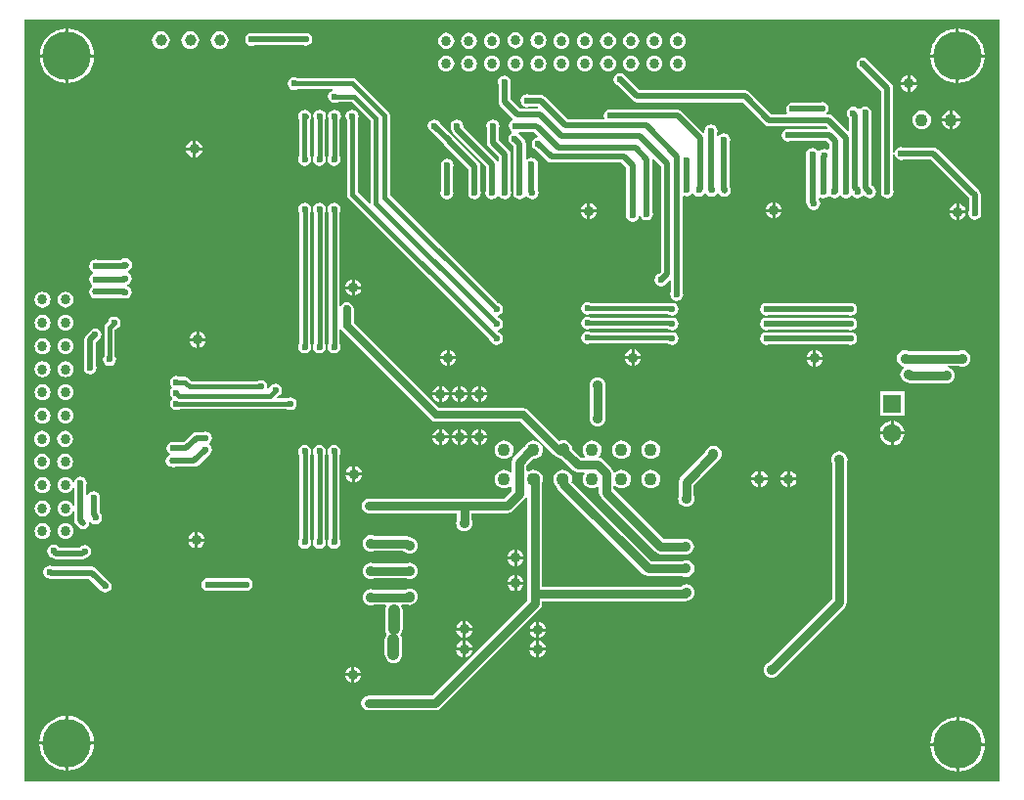
<source format=gbl>
G04*
G04 #@! TF.GenerationSoftware,Altium Limited,Altium Designer,19.1.8 (144)*
G04*
G04 Layer_Physical_Order=2*
G04 Layer_Color=16711680*
%FSLAX44Y44*%
%MOMM*%
G71*
G01*
G75*
%ADD13C,0.3810*%
%ADD30C,1.0000*%
%ADD51C,1.0000*%
%ADD52C,0.7500*%
%ADD53C,0.5080*%
%ADD55C,0.4000*%
%ADD57C,0.6350*%
%ADD59C,4.2000*%
%ADD60C,1.1000*%
%ADD61R,1.6000X1.6000*%
%ADD62C,1.6000*%
%ADD63C,0.8636*%
%ADD64C,0.9000*%
%ADD65C,0.6000*%
%ADD66C,0.6530*%
G36*
X1458250Y395750D02*
X613750D01*
Y1055250D01*
X1458250D01*
Y395750D01*
D02*
G37*
%LPC*%
G36*
X857394Y1043447D02*
X855232Y1043017D01*
X855174Y1042978D01*
X811485D01*
X810404Y1043193D01*
X808242Y1042763D01*
X806410Y1041538D01*
X805185Y1039706D01*
X804755Y1037544D01*
X805185Y1035382D01*
X806410Y1033550D01*
X808242Y1032325D01*
X810404Y1031896D01*
X812566Y1032325D01*
X813004Y1032618D01*
X855174D01*
X855232Y1032579D01*
X857394Y1032150D01*
X859556Y1032579D01*
X861388Y1033804D01*
X862613Y1035636D01*
X863043Y1037798D01*
X862613Y1039960D01*
X861388Y1041792D01*
X859556Y1043017D01*
X857394Y1043447D01*
D02*
G37*
G36*
X1058756Y1043733D02*
X1056966Y1043497D01*
X1055297Y1042806D01*
X1053865Y1041707D01*
X1052766Y1040275D01*
X1052075Y1038606D01*
X1051839Y1036816D01*
X1052075Y1035026D01*
X1052766Y1033357D01*
X1053865Y1031925D01*
X1055297Y1030826D01*
X1056966Y1030135D01*
X1058756Y1029899D01*
X1060546Y1030135D01*
X1062215Y1030826D01*
X1063647Y1031925D01*
X1064746Y1033357D01*
X1065437Y1035026D01*
X1065673Y1036816D01*
X1065437Y1038606D01*
X1064746Y1040275D01*
X1063647Y1041707D01*
X1062215Y1042806D01*
X1060546Y1043497D01*
X1058756Y1043733D01*
D02*
G37*
G36*
X1038690D02*
X1036900Y1043497D01*
X1035231Y1042806D01*
X1033799Y1041707D01*
X1032700Y1040275D01*
X1032009Y1038606D01*
X1031773Y1036816D01*
X1032009Y1035026D01*
X1032700Y1033357D01*
X1033799Y1031925D01*
X1035231Y1030826D01*
X1036900Y1030135D01*
X1038690Y1029899D01*
X1040480Y1030135D01*
X1042149Y1030826D01*
X1043581Y1031925D01*
X1044680Y1033357D01*
X1045371Y1035026D01*
X1045607Y1036816D01*
X1045371Y1038606D01*
X1044680Y1040275D01*
X1043581Y1041707D01*
X1042149Y1042806D01*
X1040480Y1043497D01*
X1038690Y1043733D01*
D02*
G37*
G36*
X1179152Y1043479D02*
X1177362Y1043243D01*
X1175693Y1042552D01*
X1174261Y1041453D01*
X1173161Y1040021D01*
X1172470Y1038352D01*
X1172235Y1036562D01*
X1172470Y1034772D01*
X1173161Y1033103D01*
X1174261Y1031671D01*
X1175693Y1030572D01*
X1177362Y1029881D01*
X1179152Y1029645D01*
X1180942Y1029881D01*
X1182611Y1030572D01*
X1184043Y1031671D01*
X1185143Y1033103D01*
X1185834Y1034772D01*
X1186069Y1036562D01*
X1185834Y1038352D01*
X1185143Y1040021D01*
X1184043Y1041453D01*
X1182611Y1042552D01*
X1180942Y1043243D01*
X1179152Y1043479D01*
D02*
G37*
G36*
X1159086D02*
X1157296Y1043243D01*
X1155627Y1042552D01*
X1154195Y1041453D01*
X1153095Y1040021D01*
X1152404Y1038352D01*
X1152169Y1036562D01*
X1152404Y1034772D01*
X1153095Y1033103D01*
X1154195Y1031671D01*
X1155627Y1030572D01*
X1157296Y1029881D01*
X1159086Y1029645D01*
X1160876Y1029881D01*
X1162545Y1030572D01*
X1163977Y1031671D01*
X1165077Y1033103D01*
X1165768Y1034772D01*
X1166003Y1036562D01*
X1165768Y1038352D01*
X1165077Y1040021D01*
X1163977Y1041453D01*
X1162545Y1042552D01*
X1160876Y1043243D01*
X1159086Y1043479D01*
D02*
G37*
G36*
X1139020D02*
X1137230Y1043243D01*
X1135561Y1042552D01*
X1134129Y1041453D01*
X1133029Y1040021D01*
X1132338Y1038352D01*
X1132103Y1036562D01*
X1132338Y1034772D01*
X1133029Y1033103D01*
X1134129Y1031671D01*
X1135561Y1030572D01*
X1137230Y1029881D01*
X1139020Y1029645D01*
X1140810Y1029881D01*
X1142479Y1030572D01*
X1143911Y1031671D01*
X1145011Y1033103D01*
X1145702Y1034772D01*
X1145937Y1036562D01*
X1145702Y1038352D01*
X1145011Y1040021D01*
X1143911Y1041453D01*
X1142479Y1042552D01*
X1140810Y1043243D01*
X1139020Y1043479D01*
D02*
G37*
G36*
X1118954D02*
X1117164Y1043243D01*
X1115495Y1042552D01*
X1114063Y1041453D01*
X1112963Y1040021D01*
X1112272Y1038352D01*
X1112037Y1036562D01*
X1112272Y1034772D01*
X1112963Y1033103D01*
X1114063Y1031671D01*
X1115495Y1030572D01*
X1117164Y1029881D01*
X1118954Y1029645D01*
X1120744Y1029881D01*
X1122413Y1030572D01*
X1123845Y1031671D01*
X1124945Y1033103D01*
X1125636Y1034772D01*
X1125871Y1036562D01*
X1125636Y1038352D01*
X1124945Y1040021D01*
X1123845Y1041453D01*
X1122413Y1042552D01*
X1120744Y1043243D01*
X1118954Y1043479D01*
D02*
G37*
G36*
X1098888D02*
X1097098Y1043243D01*
X1095429Y1042552D01*
X1093997Y1041453D01*
X1092897Y1040021D01*
X1092206Y1038352D01*
X1091971Y1036562D01*
X1092206Y1034772D01*
X1092897Y1033103D01*
X1093997Y1031671D01*
X1095429Y1030572D01*
X1097098Y1029881D01*
X1098888Y1029645D01*
X1100678Y1029881D01*
X1102347Y1030572D01*
X1103779Y1031671D01*
X1104878Y1033103D01*
X1105570Y1034772D01*
X1105805Y1036562D01*
X1105570Y1038352D01*
X1104878Y1040021D01*
X1103779Y1041453D01*
X1102347Y1042552D01*
X1100678Y1043243D01*
X1098888Y1043479D01*
D02*
G37*
G36*
X1078822D02*
X1077032Y1043243D01*
X1075363Y1042552D01*
X1073931Y1041453D01*
X1072831Y1040021D01*
X1072141Y1038352D01*
X1071905Y1036562D01*
X1072141Y1034772D01*
X1072831Y1033103D01*
X1073931Y1031671D01*
X1075363Y1030572D01*
X1077032Y1029881D01*
X1078822Y1029645D01*
X1080612Y1029881D01*
X1082281Y1030572D01*
X1083713Y1031671D01*
X1084812Y1033103D01*
X1085503Y1034772D01*
X1085739Y1036562D01*
X1085503Y1038352D01*
X1084812Y1040021D01*
X1083713Y1041453D01*
X1082281Y1042552D01*
X1080612Y1043243D01*
X1078822Y1043479D01*
D02*
G37*
G36*
X1018624D02*
X1016834Y1043243D01*
X1015165Y1042552D01*
X1013733Y1041453D01*
X1012634Y1040021D01*
X1011943Y1038352D01*
X1011707Y1036562D01*
X1011943Y1034772D01*
X1012634Y1033103D01*
X1013733Y1031671D01*
X1015165Y1030572D01*
X1016834Y1029881D01*
X1018624Y1029645D01*
X1020414Y1029881D01*
X1022083Y1030572D01*
X1023515Y1031671D01*
X1024614Y1033103D01*
X1025305Y1034772D01*
X1025541Y1036562D01*
X1025305Y1038352D01*
X1024614Y1040021D01*
X1023515Y1041453D01*
X1022083Y1042552D01*
X1020414Y1043243D01*
X1018624Y1043479D01*
D02*
G37*
G36*
X998558D02*
X996768Y1043243D01*
X995099Y1042552D01*
X993667Y1041453D01*
X992568Y1040021D01*
X991877Y1038352D01*
X991641Y1036562D01*
X991877Y1034772D01*
X992568Y1033103D01*
X993667Y1031671D01*
X995099Y1030572D01*
X996768Y1029881D01*
X998558Y1029645D01*
X1000348Y1029881D01*
X1002017Y1030572D01*
X1003449Y1031671D01*
X1004548Y1033103D01*
X1005239Y1034772D01*
X1005475Y1036562D01*
X1005239Y1038352D01*
X1004548Y1040021D01*
X1003449Y1041453D01*
X1002017Y1042552D01*
X1000348Y1043243D01*
X998558Y1043479D01*
D02*
G37*
G36*
X979000D02*
X977210Y1043243D01*
X975541Y1042552D01*
X974109Y1041453D01*
X973009Y1040021D01*
X972318Y1038352D01*
X972083Y1036562D01*
X972318Y1034772D01*
X973009Y1033103D01*
X974109Y1031671D01*
X975541Y1030572D01*
X977210Y1029881D01*
X979000Y1029645D01*
X980790Y1029881D01*
X982459Y1030572D01*
X983891Y1031671D01*
X984990Y1033103D01*
X985682Y1034772D01*
X985917Y1036562D01*
X985682Y1038352D01*
X984990Y1040021D01*
X983891Y1041453D01*
X982459Y1042552D01*
X980790Y1043243D01*
X979000Y1043479D01*
D02*
G37*
G36*
X782750Y1044706D02*
X780756Y1044443D01*
X778897Y1043673D01*
X777301Y1042449D01*
X776077Y1040853D01*
X775307Y1038994D01*
X775044Y1037000D01*
X775307Y1035006D01*
X776077Y1033147D01*
X777301Y1031551D01*
X778897Y1030327D01*
X780756Y1029557D01*
X782750Y1029294D01*
X784744Y1029557D01*
X786603Y1030327D01*
X788199Y1031551D01*
X789424Y1033147D01*
X790193Y1035006D01*
X790456Y1037000D01*
X790193Y1038994D01*
X789424Y1040853D01*
X788199Y1042449D01*
X786603Y1043673D01*
X784744Y1044443D01*
X782750Y1044706D01*
D02*
G37*
G36*
X757350D02*
X755356Y1044443D01*
X753497Y1043673D01*
X751901Y1042449D01*
X750676Y1040853D01*
X749907Y1038994D01*
X749644Y1037000D01*
X749907Y1035006D01*
X750676Y1033147D01*
X751901Y1031551D01*
X753497Y1030327D01*
X755356Y1029557D01*
X757350Y1029294D01*
X759344Y1029557D01*
X761203Y1030327D01*
X762799Y1031551D01*
X764024Y1033147D01*
X764793Y1035006D01*
X765056Y1037000D01*
X764793Y1038994D01*
X764024Y1040853D01*
X762799Y1042449D01*
X761203Y1043673D01*
X759344Y1044443D01*
X757350Y1044706D01*
D02*
G37*
G36*
X731950D02*
X729956Y1044443D01*
X728097Y1043673D01*
X726501Y1042449D01*
X725276Y1040853D01*
X724507Y1038994D01*
X724244Y1037000D01*
X724507Y1035006D01*
X725276Y1033147D01*
X726501Y1031551D01*
X728097Y1030327D01*
X729956Y1029557D01*
X731950Y1029294D01*
X733944Y1029557D01*
X735803Y1030327D01*
X737399Y1031551D01*
X738624Y1033147D01*
X739393Y1035006D01*
X739656Y1037000D01*
X739393Y1038994D01*
X738624Y1040853D01*
X737399Y1042449D01*
X735803Y1043673D01*
X733944Y1044443D01*
X731950Y1044706D01*
D02*
G37*
G36*
X651770Y1047029D02*
Y1024770D01*
X674029D01*
X673699Y1028115D01*
X672353Y1032552D01*
X670168Y1036641D01*
X667226Y1040226D01*
X663642Y1043167D01*
X659552Y1045353D01*
X655115Y1046699D01*
X651770Y1047029D01*
D02*
G37*
G36*
X649230D02*
X645885Y1046699D01*
X641448Y1045353D01*
X637359Y1043167D01*
X633774Y1040226D01*
X630833Y1036641D01*
X628647Y1032552D01*
X627301Y1028115D01*
X626971Y1024770D01*
X649230D01*
Y1047029D01*
D02*
G37*
G36*
X1422770Y1047029D02*
Y1024770D01*
X1445029D01*
X1444699Y1028115D01*
X1443353Y1032552D01*
X1441167Y1036641D01*
X1438226Y1040226D01*
X1434641Y1043167D01*
X1430552Y1045353D01*
X1426115Y1046699D01*
X1422770Y1047029D01*
D02*
G37*
G36*
X1420230D02*
X1416885Y1046699D01*
X1412448Y1045353D01*
X1408359Y1043167D01*
X1404774Y1040226D01*
X1401832Y1036641D01*
X1399647Y1032552D01*
X1398301Y1028115D01*
X1397971Y1024770D01*
X1420230D01*
Y1047029D01*
D02*
G37*
G36*
X1058756Y1023921D02*
X1056966Y1023686D01*
X1055297Y1022995D01*
X1053865Y1021895D01*
X1052766Y1020463D01*
X1052075Y1018794D01*
X1051839Y1017004D01*
X1052075Y1015214D01*
X1052766Y1013545D01*
X1053865Y1012113D01*
X1055297Y1011013D01*
X1056966Y1010322D01*
X1058756Y1010087D01*
X1060546Y1010322D01*
X1062215Y1011013D01*
X1063647Y1012113D01*
X1064746Y1013545D01*
X1065437Y1015214D01*
X1065673Y1017004D01*
X1065437Y1018794D01*
X1064746Y1020463D01*
X1063647Y1021895D01*
X1062215Y1022995D01*
X1060546Y1023686D01*
X1058756Y1023921D01*
D02*
G37*
G36*
X1038690D02*
X1036900Y1023686D01*
X1035231Y1022995D01*
X1033799Y1021895D01*
X1032700Y1020463D01*
X1032009Y1018794D01*
X1031773Y1017004D01*
X1032009Y1015214D01*
X1032700Y1013545D01*
X1033799Y1012113D01*
X1035231Y1011013D01*
X1036900Y1010322D01*
X1038690Y1010087D01*
X1040480Y1010322D01*
X1042149Y1011013D01*
X1043581Y1012113D01*
X1044680Y1013545D01*
X1045371Y1015214D01*
X1045607Y1017004D01*
X1045371Y1018794D01*
X1044680Y1020463D01*
X1043581Y1021895D01*
X1042149Y1022995D01*
X1040480Y1023686D01*
X1038690Y1023921D01*
D02*
G37*
G36*
X1179152Y1023667D02*
X1177362Y1023431D01*
X1175693Y1022740D01*
X1174261Y1021641D01*
X1173161Y1020209D01*
X1172470Y1018540D01*
X1172235Y1016750D01*
X1172470Y1014960D01*
X1173161Y1013291D01*
X1174261Y1011859D01*
X1175693Y1010760D01*
X1177362Y1010069D01*
X1179152Y1009833D01*
X1180942Y1010069D01*
X1182611Y1010760D01*
X1184043Y1011859D01*
X1185143Y1013291D01*
X1185834Y1014960D01*
X1186069Y1016750D01*
X1185834Y1018540D01*
X1185143Y1020209D01*
X1184043Y1021641D01*
X1182611Y1022740D01*
X1180942Y1023431D01*
X1179152Y1023667D01*
D02*
G37*
G36*
X1159086D02*
X1157296Y1023431D01*
X1155627Y1022740D01*
X1154195Y1021641D01*
X1153095Y1020209D01*
X1152404Y1018540D01*
X1152169Y1016750D01*
X1152404Y1014960D01*
X1153095Y1013291D01*
X1154195Y1011859D01*
X1155627Y1010760D01*
X1157296Y1010069D01*
X1159086Y1009833D01*
X1160876Y1010069D01*
X1162545Y1010760D01*
X1163977Y1011859D01*
X1165077Y1013291D01*
X1165768Y1014960D01*
X1166003Y1016750D01*
X1165768Y1018540D01*
X1165077Y1020209D01*
X1163977Y1021641D01*
X1162545Y1022740D01*
X1160876Y1023431D01*
X1159086Y1023667D01*
D02*
G37*
G36*
X1139020D02*
X1137230Y1023431D01*
X1135561Y1022740D01*
X1134129Y1021641D01*
X1133029Y1020209D01*
X1132338Y1018540D01*
X1132103Y1016750D01*
X1132338Y1014960D01*
X1133029Y1013291D01*
X1134129Y1011859D01*
X1135561Y1010760D01*
X1137230Y1010069D01*
X1139020Y1009833D01*
X1140810Y1010069D01*
X1142479Y1010760D01*
X1143911Y1011859D01*
X1145011Y1013291D01*
X1145702Y1014960D01*
X1145937Y1016750D01*
X1145702Y1018540D01*
X1145011Y1020209D01*
X1143911Y1021641D01*
X1142479Y1022740D01*
X1140810Y1023431D01*
X1139020Y1023667D01*
D02*
G37*
G36*
X1118954D02*
X1117164Y1023431D01*
X1115495Y1022740D01*
X1114063Y1021641D01*
X1112963Y1020209D01*
X1112272Y1018540D01*
X1112037Y1016750D01*
X1112272Y1014960D01*
X1112963Y1013291D01*
X1114063Y1011859D01*
X1115495Y1010760D01*
X1117164Y1010069D01*
X1118954Y1009833D01*
X1120744Y1010069D01*
X1122413Y1010760D01*
X1123845Y1011859D01*
X1124945Y1013291D01*
X1125636Y1014960D01*
X1125871Y1016750D01*
X1125636Y1018540D01*
X1124945Y1020209D01*
X1123845Y1021641D01*
X1122413Y1022740D01*
X1120744Y1023431D01*
X1118954Y1023667D01*
D02*
G37*
G36*
X1098888D02*
X1097098Y1023431D01*
X1095429Y1022740D01*
X1093997Y1021641D01*
X1092897Y1020209D01*
X1092206Y1018540D01*
X1091971Y1016750D01*
X1092206Y1014960D01*
X1092897Y1013291D01*
X1093997Y1011859D01*
X1095429Y1010760D01*
X1097098Y1010069D01*
X1098888Y1009833D01*
X1100678Y1010069D01*
X1102347Y1010760D01*
X1103779Y1011859D01*
X1104878Y1013291D01*
X1105570Y1014960D01*
X1105805Y1016750D01*
X1105570Y1018540D01*
X1104878Y1020209D01*
X1103779Y1021641D01*
X1102347Y1022740D01*
X1100678Y1023431D01*
X1098888Y1023667D01*
D02*
G37*
G36*
X1078822D02*
X1077032Y1023431D01*
X1075363Y1022740D01*
X1073931Y1021641D01*
X1072831Y1020209D01*
X1072141Y1018540D01*
X1071905Y1016750D01*
X1072141Y1014960D01*
X1072831Y1013291D01*
X1073931Y1011859D01*
X1075363Y1010760D01*
X1077032Y1010069D01*
X1078822Y1009833D01*
X1080612Y1010069D01*
X1082281Y1010760D01*
X1083713Y1011859D01*
X1084812Y1013291D01*
X1085503Y1014960D01*
X1085739Y1016750D01*
X1085503Y1018540D01*
X1084812Y1020209D01*
X1083713Y1021641D01*
X1082281Y1022740D01*
X1080612Y1023431D01*
X1078822Y1023667D01*
D02*
G37*
G36*
X1018624D02*
X1016834Y1023431D01*
X1015165Y1022740D01*
X1013733Y1021641D01*
X1012634Y1020209D01*
X1011943Y1018540D01*
X1011707Y1016750D01*
X1011943Y1014960D01*
X1012634Y1013291D01*
X1013733Y1011859D01*
X1015165Y1010760D01*
X1016834Y1010069D01*
X1018624Y1009833D01*
X1020414Y1010069D01*
X1022083Y1010760D01*
X1023515Y1011859D01*
X1024614Y1013291D01*
X1025305Y1014960D01*
X1025541Y1016750D01*
X1025305Y1018540D01*
X1024614Y1020209D01*
X1023515Y1021641D01*
X1022083Y1022740D01*
X1020414Y1023431D01*
X1018624Y1023667D01*
D02*
G37*
G36*
X998558D02*
X996768Y1023431D01*
X995099Y1022740D01*
X993667Y1021641D01*
X992568Y1020209D01*
X991877Y1018540D01*
X991641Y1016750D01*
X991877Y1014960D01*
X992568Y1013291D01*
X993667Y1011859D01*
X995099Y1010760D01*
X996768Y1010069D01*
X998558Y1009833D01*
X1000348Y1010069D01*
X1002017Y1010760D01*
X1003449Y1011859D01*
X1004548Y1013291D01*
X1005239Y1014960D01*
X1005475Y1016750D01*
X1005239Y1018540D01*
X1004548Y1020209D01*
X1003449Y1021641D01*
X1002017Y1022740D01*
X1000348Y1023431D01*
X998558Y1023667D01*
D02*
G37*
G36*
X979000D02*
X977210Y1023431D01*
X975541Y1022740D01*
X974109Y1021641D01*
X973009Y1020209D01*
X972318Y1018540D01*
X972083Y1016750D01*
X972318Y1014960D01*
X973009Y1013291D01*
X974109Y1011859D01*
X975541Y1010760D01*
X977210Y1010069D01*
X979000Y1009833D01*
X980790Y1010069D01*
X982459Y1010760D01*
X983891Y1011859D01*
X984990Y1013291D01*
X985682Y1014960D01*
X985917Y1016750D01*
X985682Y1018540D01*
X984990Y1020209D01*
X983891Y1021641D01*
X982459Y1022740D01*
X980790Y1023431D01*
X979000Y1023667D01*
D02*
G37*
G36*
X1380770Y1006433D02*
Y1000770D01*
X1386434D01*
X1386359Y1001338D01*
X1385649Y1003050D01*
X1384521Y1004521D01*
X1383050Y1005649D01*
X1381338Y1006359D01*
X1380770Y1006433D01*
D02*
G37*
G36*
X1378230D02*
X1377662Y1006359D01*
X1375950Y1005649D01*
X1374479Y1004521D01*
X1373351Y1003050D01*
X1372641Y1001338D01*
X1372567Y1000770D01*
X1378230D01*
Y1006433D01*
D02*
G37*
G36*
X649230Y1022230D02*
X626971D01*
X627301Y1018885D01*
X628647Y1014448D01*
X630833Y1010359D01*
X633774Y1006774D01*
X637359Y1003833D01*
X641448Y1001647D01*
X645885Y1000301D01*
X649230Y999971D01*
Y1022230D01*
D02*
G37*
G36*
X674029D02*
X651770D01*
Y999971D01*
X655115Y1000301D01*
X659552Y1001647D01*
X663642Y1003833D01*
X667226Y1006774D01*
X670168Y1010359D01*
X672353Y1014448D01*
X673699Y1018885D01*
X674029Y1022230D01*
D02*
G37*
G36*
X1445029Y1022230D02*
X1422770D01*
Y999971D01*
X1426115Y1000301D01*
X1430552Y1001647D01*
X1434641Y1003832D01*
X1438226Y1006774D01*
X1441167Y1010359D01*
X1443353Y1014448D01*
X1444699Y1018885D01*
X1445029Y1022230D01*
D02*
G37*
G36*
X1420230D02*
X1397971D01*
X1398301Y1018885D01*
X1399647Y1014448D01*
X1401832Y1010359D01*
X1404774Y1006774D01*
X1408359Y1003832D01*
X1412448Y1001647D01*
X1416885Y1000301D01*
X1420230Y999971D01*
Y1022230D01*
D02*
G37*
G36*
X1386434Y998230D02*
X1380770D01*
Y992567D01*
X1381338Y992641D01*
X1383050Y993351D01*
X1384521Y994479D01*
X1385649Y995950D01*
X1386359Y997662D01*
X1386434Y998230D01*
D02*
G37*
G36*
X1378230D02*
X1372567D01*
X1372641Y997662D01*
X1373351Y995950D01*
X1374479Y994479D01*
X1375950Y993351D01*
X1377662Y992641D01*
X1378230Y992567D01*
Y998230D01*
D02*
G37*
G36*
X1417210Y975890D02*
Y969218D01*
X1423882D01*
X1423773Y970047D01*
X1422963Y972003D01*
X1421674Y973682D01*
X1419995Y974971D01*
X1418039Y975781D01*
X1417210Y975890D01*
D02*
G37*
G36*
X1414670D02*
X1413841Y975781D01*
X1411885Y974971D01*
X1410206Y973682D01*
X1408917Y972003D01*
X1408107Y970047D01*
X1407998Y969218D01*
X1414670D01*
Y975890D01*
D02*
G37*
G36*
X1423882Y966678D02*
X1417210D01*
Y960006D01*
X1418039Y960115D01*
X1419995Y960925D01*
X1421674Y962214D01*
X1422963Y963893D01*
X1423773Y965849D01*
X1423882Y966678D01*
D02*
G37*
G36*
X1414670D02*
X1407998D01*
X1408107Y965849D01*
X1408917Y963893D01*
X1410206Y962214D01*
X1411885Y960925D01*
X1413841Y960115D01*
X1414670Y960006D01*
Y966678D01*
D02*
G37*
G36*
X1129428Y1008649D02*
X1127266Y1008219D01*
X1125434Y1006994D01*
X1124209Y1005162D01*
X1123780Y1003000D01*
X1124209Y1000838D01*
X1125434Y999006D01*
X1127266Y997781D01*
X1127335Y997768D01*
X1140244Y984859D01*
X1141924Y983737D01*
X1143906Y983343D01*
X1235233D01*
X1254544Y964032D01*
X1256224Y962909D01*
X1258206Y962514D01*
X1307877D01*
X1309298Y961093D01*
X1308812Y959920D01*
X1277190D01*
X1277132Y959959D01*
X1274970Y960388D01*
X1272808Y959959D01*
X1270976Y958734D01*
X1269751Y956902D01*
X1269322Y954740D01*
X1269751Y952578D01*
X1270976Y950746D01*
X1272808Y949521D01*
X1274970Y949091D01*
X1277132Y949521D01*
X1277190Y949560D01*
X1308385D01*
X1310430Y947515D01*
Y942840D01*
X1309160Y942161D01*
X1308374Y942687D01*
X1306212Y943117D01*
X1304050Y942687D01*
X1302218Y941462D01*
X1301938Y941044D01*
X1300411D01*
X1299792Y941970D01*
X1297960Y943195D01*
X1295798Y943624D01*
X1293636Y943195D01*
X1291804Y941970D01*
X1290579Y940138D01*
X1290150Y937976D01*
X1290579Y935814D01*
X1290618Y935756D01*
Y897082D01*
X1291013Y895100D01*
X1291794Y893931D01*
X1291849Y893650D01*
X1293074Y891818D01*
X1294906Y890593D01*
X1297068Y890163D01*
X1299230Y890593D01*
X1301062Y891818D01*
X1302287Y893650D01*
X1302717Y895812D01*
X1302287Y897974D01*
X1301351Y899374D01*
X1301496Y900208D01*
X1302538Y900756D01*
X1302871Y900778D01*
X1303288Y900499D01*
X1305450Y900070D01*
X1307612Y900499D01*
X1309444Y901724D01*
X1309641Y902019D01*
X1310911D01*
X1311108Y901724D01*
X1312940Y900499D01*
X1315102Y900070D01*
X1317264Y900499D01*
X1319096Y901724D01*
X1319420Y902209D01*
X1320690D01*
X1321014Y901724D01*
X1322846Y900499D01*
X1325008Y900070D01*
X1327170Y900499D01*
X1329002Y901724D01*
X1329326Y902209D01*
X1330596D01*
X1330920Y901724D01*
X1332752Y900499D01*
X1334914Y900070D01*
X1337076Y900499D01*
X1338908Y901724D01*
X1339477Y902575D01*
X1339492Y902586D01*
X1341012D01*
X1341588Y901724D01*
X1343420Y900499D01*
X1345582Y900070D01*
X1347744Y900499D01*
X1349576Y901724D01*
X1350800Y903556D01*
X1351230Y905718D01*
X1350800Y907880D01*
X1349576Y909712D01*
X1347744Y910937D01*
X1347516Y910982D01*
X1346806Y911692D01*
Y972030D01*
X1346845Y972088D01*
X1347274Y974250D01*
X1346845Y976412D01*
X1345620Y978244D01*
X1343788Y979469D01*
X1341626Y979899D01*
X1339464Y979469D01*
X1337632Y978244D01*
X1337118Y977475D01*
X1335591D01*
X1335244Y977994D01*
X1333412Y979219D01*
X1331250Y979649D01*
X1329088Y979219D01*
X1327256Y977994D01*
X1326031Y976162D01*
X1325602Y974000D01*
X1326031Y971838D01*
X1327256Y970006D01*
X1327820Y969629D01*
Y958880D01*
X1326647Y958394D01*
X1313685Y971357D01*
X1312004Y972479D01*
X1310022Y972874D01*
X1308858D01*
X1308483Y973956D01*
X1308448Y974144D01*
X1309653Y975946D01*
X1310083Y978108D01*
X1309653Y980270D01*
X1308428Y982102D01*
X1306596Y983327D01*
X1304434Y983756D01*
X1302272Y983327D01*
X1301454Y982779D01*
X1281000D01*
X1280942Y982819D01*
X1278780Y983249D01*
X1276618Y982819D01*
X1274786Y981594D01*
X1273561Y979762D01*
X1273131Y977600D01*
X1273561Y975438D01*
X1274427Y974144D01*
X1273770Y972874D01*
X1260351D01*
X1241040Y992185D01*
X1239360Y993307D01*
X1237378Y993701D01*
X1146051D01*
X1134660Y1005093D01*
X1134647Y1005162D01*
X1133422Y1006994D01*
X1131590Y1008219D01*
X1129428Y1008649D01*
D02*
G37*
G36*
X1390540Y976057D02*
X1388441Y975781D01*
X1386485Y974971D01*
X1384806Y973682D01*
X1383517Y972003D01*
X1382707Y970047D01*
X1382431Y967948D01*
X1382707Y965849D01*
X1383517Y963893D01*
X1384806Y962214D01*
X1386485Y960925D01*
X1388441Y960115D01*
X1390540Y959839D01*
X1392639Y960115D01*
X1394595Y960925D01*
X1396274Y962214D01*
X1397563Y963893D01*
X1398373Y965849D01*
X1398649Y967948D01*
X1398373Y970047D01*
X1397563Y972003D01*
X1396274Y973682D01*
X1394595Y974971D01*
X1392639Y975781D01*
X1390540Y976057D01*
D02*
G37*
G36*
X762020Y949684D02*
Y944020D01*
X767683D01*
X767609Y944588D01*
X766899Y946300D01*
X765771Y947771D01*
X764300Y948899D01*
X762588Y949609D01*
X762020Y949684D01*
D02*
G37*
G36*
X759480D02*
X758912Y949609D01*
X757200Y948899D01*
X755729Y947771D01*
X754601Y946300D01*
X753891Y944588D01*
X753817Y944020D01*
X759480D01*
Y949684D01*
D02*
G37*
G36*
X767683Y941480D02*
X762020D01*
Y935816D01*
X762588Y935891D01*
X764300Y936601D01*
X765771Y937729D01*
X766899Y939200D01*
X767609Y940912D01*
X767683Y941480D01*
D02*
G37*
G36*
X759480D02*
X753817D01*
X753891Y940912D01*
X754601Y939200D01*
X755729Y937729D01*
X757200Y936601D01*
X758912Y935891D01*
X759480Y935816D01*
Y941480D01*
D02*
G37*
G36*
X1019446Y968516D02*
X1017284Y968087D01*
X1015452Y966862D01*
X1014227Y965030D01*
X1013798Y962868D01*
X1014227Y960706D01*
X1014267Y960648D01*
Y948390D01*
X1014661Y946408D01*
X1015783Y944727D01*
X1024426Y936085D01*
Y932664D01*
X1023249Y931906D01*
X1023157Y931918D01*
X1022093Y933511D01*
X993667Y961936D01*
X993852Y962868D01*
X993422Y965030D01*
X992198Y966862D01*
X990366Y968087D01*
X988204Y968516D01*
X986042Y968087D01*
X984210Y966862D01*
X982985Y965030D01*
X982555Y962868D01*
X982985Y960706D01*
X983025Y960648D01*
Y960074D01*
X983419Y958092D01*
X984541Y956412D01*
X1013251Y927703D01*
Y907176D01*
X1013211Y907118D01*
X1012782Y904956D01*
X1013211Y902794D01*
X1014436Y900962D01*
X1016268Y899737D01*
X1018430Y899307D01*
X1020592Y899737D01*
X1022424Y900962D01*
X1023296Y902267D01*
X1024740D01*
X1025612Y900962D01*
X1027444Y899737D01*
X1029606Y899307D01*
X1031768Y899737D01*
X1033600Y900962D01*
X1034825Y902794D01*
X1035255Y904956D01*
X1034825Y907118D01*
X1034786Y907176D01*
Y938230D01*
X1034391Y940212D01*
X1033269Y941892D01*
X1024625Y950535D01*
Y960648D01*
X1024665Y960706D01*
X1025095Y962868D01*
X1024665Y965030D01*
X1023440Y966862D01*
X1021608Y968087D01*
X1019446Y968516D01*
D02*
G37*
G36*
X882286Y976898D02*
X880124Y976469D01*
X878292Y975244D01*
X877067Y973412D01*
X876637Y971250D01*
X877067Y969088D01*
X877149Y968966D01*
Y936956D01*
X876559Y936074D01*
X876130Y933912D01*
X876559Y931750D01*
X877784Y929918D01*
X879616Y928693D01*
X881778Y928263D01*
X883940Y928693D01*
X885772Y929918D01*
X886997Y931750D01*
X887427Y933912D01*
X886997Y936074D01*
X886407Y936956D01*
Y967446D01*
X887505Y969088D01*
X887934Y971250D01*
X887505Y973412D01*
X886280Y975244D01*
X884448Y976469D01*
X882286Y976898D01*
D02*
G37*
G36*
X869332D02*
X867170Y976469D01*
X865338Y975244D01*
X864113Y973412D01*
X863683Y971250D01*
X864113Y969088D01*
X864449Y968586D01*
Y936956D01*
X863859Y936074D01*
X863429Y933912D01*
X863859Y931750D01*
X865084Y929918D01*
X866916Y928693D01*
X869078Y928263D01*
X871240Y928693D01*
X873072Y929918D01*
X874296Y931750D01*
X874726Y933912D01*
X874296Y936074D01*
X873707Y936956D01*
Y967826D01*
X874550Y969088D01*
X874980Y971250D01*
X874550Y973412D01*
X873326Y975244D01*
X871494Y976469D01*
X869332Y976898D01*
D02*
G37*
G36*
X856378D02*
X854216Y976469D01*
X852384Y975244D01*
X851159Y973412D01*
X850730Y971250D01*
X851159Y969088D01*
X851495Y968586D01*
Y936576D01*
X851159Y936074D01*
X850730Y933912D01*
X851159Y931750D01*
X852384Y929918D01*
X854216Y928693D01*
X856378Y928263D01*
X858540Y928693D01*
X860372Y929918D01*
X861597Y931750D01*
X862027Y933912D01*
X861597Y936074D01*
X860753Y937336D01*
Y967826D01*
X861597Y969088D01*
X862027Y971250D01*
X861597Y973412D01*
X860372Y975244D01*
X858540Y976469D01*
X856378Y976898D01*
D02*
G37*
G36*
X1029225Y1006489D02*
X1027063Y1006060D01*
X1025231Y1004835D01*
X1024006Y1003003D01*
X1023577Y1000841D01*
X1024006Y998679D01*
X1024045Y998621D01*
Y983823D01*
X1024440Y981841D01*
X1025563Y980161D01*
X1030262Y975462D01*
X1030262Y975462D01*
X1036383Y969341D01*
X1036430Y969049D01*
X1036247Y967929D01*
X1036161Y967801D01*
X1034756Y966862D01*
X1033531Y965030D01*
X1033102Y962868D01*
X1033531Y960706D01*
X1034756Y958874D01*
X1035641Y958282D01*
X1035650Y958259D01*
X1035554Y956813D01*
X1034248Y955940D01*
X1033023Y954108D01*
X1032594Y951946D01*
X1033023Y949784D01*
X1034248Y947952D01*
X1036080Y946727D01*
X1036149Y946714D01*
X1037381Y945483D01*
Y907176D01*
X1037341Y907118D01*
X1036911Y904956D01*
X1037341Y902794D01*
X1038566Y900962D01*
X1040398Y899737D01*
X1042560Y899307D01*
X1044722Y899737D01*
X1046554Y900962D01*
X1047257Y902014D01*
X1048785D01*
X1049488Y900962D01*
X1051320Y899737D01*
X1053482Y899307D01*
X1055644Y899737D01*
X1057476Y900962D01*
X1058700Y902794D01*
X1059130Y904956D01*
X1058700Y907118D01*
X1057899Y908316D01*
Y927628D01*
X1057939Y927686D01*
X1058369Y929848D01*
X1057939Y932010D01*
X1056714Y933842D01*
X1054882Y935067D01*
X1052720Y935497D01*
X1050558Y935067D01*
X1049009Y934032D01*
X1047739Y934478D01*
Y947628D01*
X1047345Y949610D01*
X1046223Y951291D01*
X1043474Y954039D01*
X1043460Y954108D01*
X1042236Y955940D01*
X1041520Y956419D01*
X1041905Y957689D01*
X1054639D01*
X1058101Y954226D01*
X1057683Y952848D01*
X1056400Y952593D01*
X1054568Y951368D01*
X1053343Y949536D01*
X1052914Y947374D01*
X1053343Y945212D01*
X1054568Y943380D01*
X1056400Y942155D01*
X1056469Y942142D01*
X1066076Y932535D01*
X1067756Y931413D01*
X1069738Y931019D01*
X1130585D01*
X1134917Y926687D01*
Y887872D01*
X1134877Y887814D01*
X1134447Y885652D01*
X1134877Y883490D01*
X1136102Y881658D01*
X1137934Y880433D01*
X1140096Y880004D01*
X1140252Y880034D01*
X1140604Y879965D01*
X1142586Y880359D01*
X1144267Y881481D01*
X1145389Y883162D01*
X1145716Y884803D01*
X1147010D01*
X1147069Y884506D01*
X1148294Y882674D01*
X1150126Y881449D01*
X1152288Y881020D01*
X1154450Y881449D01*
X1156282Y882674D01*
X1157506Y884506D01*
X1157936Y886668D01*
X1157506Y888830D01*
X1157467Y888888D01*
Y933581D01*
X1158737Y934108D01*
X1164634Y928211D01*
Y836489D01*
X1162895Y834750D01*
X1162826Y834737D01*
X1160994Y833512D01*
X1159769Y831680D01*
X1159340Y829518D01*
X1159769Y827356D01*
X1160994Y825524D01*
X1162826Y824299D01*
X1164988Y823869D01*
X1167150Y824299D01*
X1168982Y825524D01*
X1170207Y827356D01*
X1170220Y827425D01*
X1172254Y829460D01*
X1173524Y828933D01*
Y819672D01*
X1173231Y819234D01*
X1172802Y817072D01*
X1173231Y814910D01*
X1174456Y813078D01*
X1176288Y811853D01*
X1178450Y811423D01*
X1180612Y811853D01*
X1182444Y813078D01*
X1183669Y814910D01*
X1184099Y817072D01*
X1183884Y818153D01*
Y901562D01*
X1185154Y902232D01*
X1187086Y901848D01*
X1189248Y902277D01*
X1191080Y903502D01*
X1191571Y904237D01*
X1193099D01*
X1193760Y903248D01*
X1195592Y902023D01*
X1197754Y901593D01*
X1199916Y902023D01*
X1201748Y903248D01*
X1202451Y904300D01*
X1203979D01*
X1204682Y903248D01*
X1206514Y902023D01*
X1208676Y901593D01*
X1210838Y902023D01*
X1212670Y903248D01*
X1213373Y904300D01*
X1214901D01*
X1215604Y903248D01*
X1217436Y902023D01*
X1219598Y901593D01*
X1221760Y902023D01*
X1223592Y903248D01*
X1224817Y905080D01*
X1225247Y907242D01*
X1224817Y909404D01*
X1224523Y909842D01*
Y948456D01*
X1224563Y948514D01*
X1224993Y950676D01*
X1224563Y952838D01*
X1223338Y954670D01*
X1221506Y955895D01*
X1219344Y956324D01*
X1217182Y955895D01*
X1215350Y954670D01*
X1214617Y953574D01*
X1213347Y953959D01*
Y956076D01*
X1213387Y956134D01*
X1213817Y958296D01*
X1213387Y960458D01*
X1212162Y962290D01*
X1210330Y963515D01*
X1208168Y963944D01*
X1206006Y963515D01*
X1204174Y962290D01*
X1202949Y960458D01*
X1202520Y958296D01*
X1202699Y957392D01*
X1201529Y956766D01*
X1183129Y975166D01*
X1181448Y976289D01*
X1179466Y976684D01*
X1123266D01*
X1123208Y976723D01*
X1121046Y977152D01*
X1118884Y976723D01*
X1117052Y975498D01*
X1115827Y973666D01*
X1115397Y971504D01*
X1115782Y969572D01*
X1115112Y968301D01*
X1084329D01*
X1064257Y988374D01*
X1062576Y989497D01*
X1060594Y989892D01*
X1051130D01*
X1051072Y989931D01*
X1048910Y990360D01*
X1046748Y989931D01*
X1044916Y988706D01*
X1043691Y986874D01*
X1043261Y984712D01*
X1043691Y982550D01*
X1044916Y980718D01*
X1046748Y979493D01*
X1048910Y979063D01*
X1051072Y979493D01*
X1051130Y979532D01*
X1057915D01*
X1058341Y978969D01*
X1057710Y977700D01*
X1042673D01*
X1037587Y982786D01*
X1037586Y982786D01*
X1034405Y985968D01*
Y998621D01*
X1034444Y998679D01*
X1034874Y1000841D01*
X1034444Y1003003D01*
X1033219Y1004835D01*
X1031387Y1006060D01*
X1029225Y1006489D01*
D02*
G37*
G36*
X968646Y968516D02*
X966484Y968087D01*
X964652Y966862D01*
X963427Y965030D01*
X962998Y962868D01*
X963427Y960706D01*
X964652Y958874D01*
X966484Y957649D01*
X966553Y957636D01*
X977426Y946763D01*
X977937Y945997D01*
X998264Y925671D01*
Y907176D01*
X998225Y907118D01*
X997795Y904956D01*
X998225Y902794D01*
X999450Y900962D01*
X1001282Y899737D01*
X1003444Y899307D01*
X1005606Y899737D01*
X1007438Y900962D01*
X1008662Y902794D01*
X1009092Y904956D01*
X1008662Y907118D01*
X1008624Y907176D01*
Y927816D01*
X1008624Y927816D01*
X1008229Y929798D01*
X1007106Y931479D01*
X986028Y952557D01*
X985517Y953323D01*
X973878Y964961D01*
X973865Y965030D01*
X972640Y966862D01*
X970808Y968087D01*
X968646Y968516D01*
D02*
G37*
G36*
X979822Y934481D02*
X977660Y934051D01*
X975828Y932826D01*
X974603Y930994D01*
X974174Y928832D01*
X974603Y926670D01*
X974642Y926612D01*
Y907556D01*
X974349Y907118D01*
X973920Y904956D01*
X974349Y902794D01*
X975574Y900962D01*
X977406Y899737D01*
X979568Y899307D01*
X981730Y899737D01*
X983562Y900962D01*
X984787Y902794D01*
X985217Y904956D01*
X985002Y906037D01*
Y926612D01*
X985041Y926670D01*
X985471Y928832D01*
X985041Y930994D01*
X983816Y932826D01*
X981984Y934051D01*
X979822Y934481D01*
D02*
G37*
G36*
X847234Y1005092D02*
X845072Y1004663D01*
X843240Y1003438D01*
X842015Y1001606D01*
X841585Y999444D01*
X842015Y997282D01*
X843240Y995450D01*
X845072Y994225D01*
X847234Y993795D01*
X849396Y994225D01*
X850278Y994815D01*
X880374D01*
X880499Y993545D01*
X880124Y993471D01*
X878292Y992246D01*
X877067Y990414D01*
X876637Y988252D01*
X877067Y986090D01*
X878292Y984258D01*
X880124Y983034D01*
X882286Y982604D01*
X884448Y983034D01*
X885330Y983623D01*
X896895D01*
X913217Y967301D01*
Y896337D01*
X912565Y895915D01*
X911979Y895779D01*
X902155Y905603D01*
Y968206D01*
X902745Y969088D01*
X903175Y971250D01*
X902745Y973412D01*
X901520Y975244D01*
X899688Y976469D01*
X897526Y976898D01*
X895364Y976469D01*
X893532Y975244D01*
X892307Y973412D01*
X891878Y971250D01*
X892307Y969088D01*
X892897Y968206D01*
Y903686D01*
X892897Y903686D01*
X893249Y901915D01*
X894253Y900413D01*
X1017068Y777597D01*
X1017275Y776556D01*
X1018500Y774724D01*
X1020332Y773499D01*
X1022494Y773070D01*
X1024656Y773499D01*
X1026488Y774724D01*
X1027712Y776556D01*
X1028142Y778718D01*
X1027712Y780880D01*
X1026488Y782712D01*
X1024656Y783937D01*
X1024196Y784028D01*
X1023711Y784759D01*
X1024234Y786115D01*
X1024656Y786199D01*
X1026488Y787424D01*
X1027712Y789256D01*
X1028142Y791418D01*
X1027712Y793580D01*
X1026488Y795412D01*
X1024656Y796637D01*
X1024196Y796728D01*
X1023711Y797459D01*
X1024234Y798816D01*
X1024656Y798899D01*
X1026488Y800124D01*
X1027712Y801956D01*
X1028142Y804118D01*
X1027712Y806280D01*
X1026488Y808112D01*
X1024656Y809337D01*
X1023615Y809544D01*
X930095Y903063D01*
Y971758D01*
X930095Y971758D01*
X929743Y973529D01*
X928739Y975031D01*
X928739Y975031D01*
X901053Y1002717D01*
X899551Y1003721D01*
X897780Y1004073D01*
X897780Y1004073D01*
X850278D01*
X849396Y1004663D01*
X847234Y1005092D01*
D02*
G37*
G36*
X1263770Y896684D02*
Y891020D01*
X1269434D01*
X1269359Y891588D01*
X1268649Y893300D01*
X1267521Y894771D01*
X1266050Y895899D01*
X1264338Y896609D01*
X1263770Y896684D01*
D02*
G37*
G36*
X1261230D02*
X1260662Y896609D01*
X1258950Y895899D01*
X1257479Y894771D01*
X1256351Y893300D01*
X1255641Y891588D01*
X1255566Y891020D01*
X1261230D01*
Y896684D01*
D02*
G37*
G36*
X1103520Y896184D02*
Y890520D01*
X1109184D01*
X1109109Y891088D01*
X1108399Y892800D01*
X1107271Y894271D01*
X1105800Y895399D01*
X1104088Y896109D01*
X1103520Y896184D01*
D02*
G37*
G36*
X1100980D02*
X1100412Y896109D01*
X1098700Y895399D01*
X1097229Y894271D01*
X1096101Y892800D01*
X1095391Y891088D01*
X1095316Y890520D01*
X1100980D01*
Y896184D01*
D02*
G37*
G36*
X1423020Y895434D02*
Y889770D01*
X1428683D01*
X1428609Y890338D01*
X1427899Y892050D01*
X1426771Y893521D01*
X1425300Y894649D01*
X1423588Y895359D01*
X1423020Y895434D01*
D02*
G37*
G36*
X1420480D02*
X1419912Y895359D01*
X1418200Y894649D01*
X1416729Y893521D01*
X1415601Y892050D01*
X1414891Y890338D01*
X1414816Y889770D01*
X1420480D01*
Y895434D01*
D02*
G37*
G36*
X1269434Y888480D02*
X1263770D01*
Y882816D01*
X1264338Y882891D01*
X1266050Y883601D01*
X1267521Y884729D01*
X1268649Y886200D01*
X1269359Y887912D01*
X1269434Y888480D01*
D02*
G37*
G36*
X1261230D02*
X1255566D01*
X1255641Y887912D01*
X1256351Y886200D01*
X1257479Y884729D01*
X1258950Y883601D01*
X1260662Y882891D01*
X1261230Y882816D01*
Y888480D01*
D02*
G37*
G36*
X1109184Y887980D02*
X1103520D01*
Y882317D01*
X1104088Y882391D01*
X1105800Y883101D01*
X1107271Y884229D01*
X1108399Y885700D01*
X1109109Y887412D01*
X1109184Y887980D01*
D02*
G37*
G36*
X1100980D02*
X1095316D01*
X1095391Y887412D01*
X1096101Y885700D01*
X1097229Y884229D01*
X1098700Y883101D01*
X1100412Y882391D01*
X1100980Y882317D01*
Y887980D01*
D02*
G37*
G36*
X1339740Y1022111D02*
X1337578Y1021681D01*
X1335746Y1020456D01*
X1334521Y1018624D01*
X1334091Y1016462D01*
X1334521Y1014300D01*
X1335746Y1012468D01*
X1337578Y1011243D01*
X1337647Y1011230D01*
X1355643Y993235D01*
Y907938D01*
X1355603Y907880D01*
X1355173Y905718D01*
X1355603Y903556D01*
X1356828Y901724D01*
X1358660Y900499D01*
X1360822Y900070D01*
X1362984Y900499D01*
X1364816Y901724D01*
X1366040Y903556D01*
X1366470Y905718D01*
X1366040Y907880D01*
X1366001Y907938D01*
Y938062D01*
X1367272Y938187D01*
X1367541Y936830D01*
X1368766Y934998D01*
X1370598Y933773D01*
X1372760Y933344D01*
X1374922Y933773D01*
X1374980Y933812D01*
X1398555D01*
X1431320Y901047D01*
Y889470D01*
X1431281Y889412D01*
X1430851Y887250D01*
X1431281Y885088D01*
X1432506Y883256D01*
X1434338Y882031D01*
X1436500Y881601D01*
X1438662Y882031D01*
X1440494Y883256D01*
X1441719Y885088D01*
X1442148Y887250D01*
X1441719Y889412D01*
X1441680Y889470D01*
Y903192D01*
X1441285Y905174D01*
X1440163Y906854D01*
X1438145Y908873D01*
X1404362Y942654D01*
X1402682Y943777D01*
X1400700Y944172D01*
X1374980D01*
X1374922Y944211D01*
X1372760Y944641D01*
X1370598Y944211D01*
X1368766Y942986D01*
X1367541Y941154D01*
X1367272Y939797D01*
X1366001Y939922D01*
Y995380D01*
X1365607Y997362D01*
X1364485Y999043D01*
X1344972Y1018555D01*
X1344958Y1018624D01*
X1343734Y1020456D01*
X1341902Y1021681D01*
X1339740Y1022111D01*
D02*
G37*
G36*
X1428683Y887230D02*
X1423020D01*
Y881566D01*
X1423588Y881641D01*
X1425300Y882351D01*
X1426771Y883479D01*
X1427899Y884950D01*
X1428609Y886662D01*
X1428683Y887230D01*
D02*
G37*
G36*
X1420480D02*
X1414816D01*
X1414891Y886662D01*
X1415601Y884950D01*
X1416729Y883479D01*
X1418200Y882351D01*
X1419912Y881641D01*
X1420480Y881566D01*
Y887230D01*
D02*
G37*
G36*
X701184Y848374D02*
X699022Y847945D01*
X697190Y846720D01*
X697133Y846636D01*
X677750D01*
X677692Y846675D01*
X675530Y847104D01*
X673368Y846675D01*
X671536Y845450D01*
X670311Y843618D01*
X669882Y841456D01*
X670311Y839294D01*
X671536Y837462D01*
X673055Y836447D01*
X673134Y836146D01*
Y835336D01*
X673055Y835035D01*
X671536Y834020D01*
X670311Y832188D01*
X669882Y830026D01*
X670311Y827864D01*
X671536Y826032D01*
X672588Y825329D01*
Y823801D01*
X671536Y823098D01*
X670311Y821266D01*
X670292Y821169D01*
X670237Y821086D01*
X669843Y819104D01*
X670237Y817122D01*
X670292Y817039D01*
X670311Y816942D01*
X671536Y815110D01*
X673368Y813885D01*
X675530Y813456D01*
X677692Y813885D01*
X677750Y813924D01*
X698584D01*
X699022Y813631D01*
X701184Y813202D01*
X703346Y813631D01*
X705178Y814856D01*
X706403Y816688D01*
X706833Y818850D01*
X706403Y821012D01*
X705178Y822844D01*
X703346Y824069D01*
X702935Y824150D01*
X702706Y825442D01*
X703346Y825569D01*
X705178Y826794D01*
X706403Y828626D01*
X706833Y830788D01*
X706403Y832950D01*
X705178Y834782D01*
X703648Y835805D01*
X703481Y836864D01*
X703543Y837262D01*
X704339Y837794D01*
X705609Y839063D01*
X706731Y840744D01*
X707125Y842726D01*
X706731Y844708D01*
X705609Y846388D01*
X705231Y846640D01*
X705178Y846720D01*
X703346Y847945D01*
X701184Y848374D01*
D02*
G37*
G36*
X899770Y829684D02*
Y824020D01*
X905434D01*
X905359Y824588D01*
X904649Y826300D01*
X903521Y827771D01*
X902050Y828899D01*
X900338Y829609D01*
X899770Y829684D01*
D02*
G37*
G36*
X897230D02*
X896662Y829609D01*
X894950Y828899D01*
X893479Y827771D01*
X892351Y826300D01*
X891641Y824588D01*
X891566Y824020D01*
X897230D01*
Y829684D01*
D02*
G37*
G36*
X905434Y821480D02*
X899770D01*
Y815816D01*
X900338Y815891D01*
X902050Y816601D01*
X903521Y817729D01*
X904649Y819200D01*
X905359Y820912D01*
X905434Y821480D01*
D02*
G37*
G36*
X897230D02*
X891566D01*
X891641Y820912D01*
X892351Y819200D01*
X893479Y817729D01*
X894950Y816601D01*
X896662Y815891D01*
X897230Y815816D01*
Y821480D01*
D02*
G37*
G36*
X1329072Y809766D02*
X1326910Y809337D01*
X1326852Y809297D01*
X1258394D01*
X1258336Y809337D01*
X1256174Y809766D01*
X1254012Y809337D01*
X1252180Y808112D01*
X1250955Y806280D01*
X1250526Y804118D01*
X1250955Y801956D01*
X1252180Y800124D01*
X1254012Y798899D01*
X1256174Y798469D01*
X1258336Y798899D01*
X1258394Y798939D01*
X1326852D01*
X1326910Y798899D01*
X1329072Y798469D01*
X1331234Y798899D01*
X1333066Y800124D01*
X1334290Y801956D01*
X1334720Y804118D01*
X1334290Y806280D01*
X1333066Y808112D01*
X1331234Y809337D01*
X1329072Y809766D01*
D02*
G37*
G36*
X649250Y819319D02*
X647460Y819083D01*
X645791Y818392D01*
X644359Y817293D01*
X643260Y815861D01*
X642569Y814192D01*
X642333Y812402D01*
X642569Y810612D01*
X643260Y808943D01*
X644359Y807511D01*
X645791Y806412D01*
X647460Y805721D01*
X649250Y805485D01*
X651040Y805721D01*
X652709Y806412D01*
X654141Y807511D01*
X655240Y808943D01*
X655931Y810612D01*
X656167Y812402D01*
X655931Y814192D01*
X655240Y815861D01*
X654141Y817293D01*
X652709Y818392D01*
X651040Y819083D01*
X649250Y819319D01*
D02*
G37*
G36*
X629438D02*
X627648Y819083D01*
X625979Y818392D01*
X624547Y817293D01*
X623447Y815861D01*
X622757Y814192D01*
X622521Y812402D01*
X622757Y810612D01*
X623447Y808943D01*
X624547Y807511D01*
X625979Y806412D01*
X627648Y805721D01*
X629438Y805485D01*
X631228Y805721D01*
X632897Y806412D01*
X634329Y807511D01*
X635429Y808943D01*
X636119Y810612D01*
X636355Y812402D01*
X636119Y814192D01*
X635429Y815861D01*
X634329Y817293D01*
X632897Y818392D01*
X631228Y819083D01*
X629438Y819319D01*
D02*
G37*
G36*
X1101234Y810528D02*
X1099072Y810099D01*
X1097240Y808874D01*
X1096015Y807042D01*
X1095585Y804880D01*
X1096015Y802718D01*
X1097240Y800886D01*
X1099072Y799661D01*
X1101234Y799231D01*
X1103396Y799661D01*
X1104278Y800251D01*
X1170307D01*
X1170392Y800124D01*
X1172224Y798899D01*
X1174386Y798469D01*
X1176548Y798899D01*
X1178380Y800124D01*
X1179604Y801956D01*
X1180034Y804118D01*
X1179604Y806280D01*
X1178380Y808112D01*
X1176548Y809337D01*
X1174386Y809766D01*
X1173091Y809509D01*
X1104278D01*
X1103396Y810099D01*
X1101234Y810528D01*
D02*
G37*
G36*
X1329072Y797066D02*
X1326910Y796637D01*
X1326852Y796598D01*
X1258394D01*
X1258336Y796637D01*
X1256174Y797066D01*
X1254012Y796637D01*
X1252180Y795412D01*
X1250955Y793580D01*
X1250526Y791418D01*
X1250955Y789256D01*
X1252180Y787424D01*
X1254012Y786199D01*
X1256174Y785770D01*
X1258336Y786199D01*
X1258394Y786238D01*
X1326852D01*
X1326910Y786199D01*
X1329072Y785770D01*
X1331234Y786199D01*
X1333066Y787424D01*
X1334290Y789256D01*
X1334720Y791418D01*
X1334290Y793580D01*
X1333066Y795412D01*
X1331234Y796637D01*
X1329072Y797066D01*
D02*
G37*
G36*
X1101234Y797829D02*
X1099072Y797399D01*
X1097240Y796174D01*
X1096015Y794342D01*
X1095585Y792180D01*
X1096015Y790018D01*
X1097240Y788186D01*
X1099072Y786961D01*
X1101234Y786532D01*
X1103396Y786961D01*
X1104278Y787551D01*
X1170307D01*
X1170392Y787424D01*
X1172224Y786199D01*
X1174386Y785770D01*
X1176548Y786199D01*
X1178380Y787424D01*
X1179604Y789256D01*
X1180034Y791418D01*
X1179604Y793580D01*
X1178380Y795412D01*
X1176548Y796637D01*
X1174386Y797066D01*
X1173091Y796809D01*
X1104278D01*
X1103396Y797399D01*
X1101234Y797829D01*
D02*
G37*
G36*
X649250Y799253D02*
X647460Y799017D01*
X645791Y798326D01*
X644359Y797227D01*
X643260Y795795D01*
X642569Y794126D01*
X642333Y792336D01*
X642569Y790546D01*
X643260Y788877D01*
X644359Y787445D01*
X645791Y786346D01*
X647460Y785655D01*
X649250Y785419D01*
X651040Y785655D01*
X652709Y786346D01*
X654141Y787445D01*
X655240Y788877D01*
X655931Y790546D01*
X656167Y792336D01*
X655931Y794126D01*
X655240Y795795D01*
X654141Y797227D01*
X652709Y798326D01*
X651040Y799017D01*
X649250Y799253D01*
D02*
G37*
G36*
X629438D02*
X627648Y799017D01*
X625979Y798326D01*
X624547Y797227D01*
X623447Y795795D01*
X622757Y794126D01*
X622521Y792336D01*
X622757Y790546D01*
X623447Y788877D01*
X624547Y787445D01*
X625979Y786346D01*
X627648Y785655D01*
X629438Y785419D01*
X631228Y785655D01*
X632897Y786346D01*
X634329Y787445D01*
X635429Y788877D01*
X636119Y790546D01*
X636355Y792336D01*
X636119Y794126D01*
X635429Y795795D01*
X634329Y797227D01*
X632897Y798326D01*
X631228Y799017D01*
X629438Y799253D01*
D02*
G37*
G36*
X1329072Y784367D02*
X1326910Y783937D01*
X1326852Y783897D01*
X1258394D01*
X1258336Y783937D01*
X1256174Y784367D01*
X1254012Y783937D01*
X1252180Y782712D01*
X1250955Y780880D01*
X1250526Y778718D01*
X1250955Y776556D01*
X1252180Y774724D01*
X1254012Y773499D01*
X1256174Y773070D01*
X1258336Y773499D01*
X1258394Y773539D01*
X1326852D01*
X1326910Y773499D01*
X1329072Y773070D01*
X1331234Y773499D01*
X1333066Y774724D01*
X1334290Y776556D01*
X1334720Y778718D01*
X1334290Y780880D01*
X1333066Y782712D01*
X1331234Y783937D01*
X1329072Y784367D01*
D02*
G37*
G36*
X765020Y784684D02*
Y779020D01*
X770684D01*
X770609Y779588D01*
X769899Y781300D01*
X768771Y782771D01*
X767300Y783899D01*
X765588Y784609D01*
X765020Y784684D01*
D02*
G37*
G36*
X762480D02*
X761912Y784609D01*
X760200Y783899D01*
X758729Y782771D01*
X757601Y781300D01*
X756891Y779588D01*
X756816Y779020D01*
X762480D01*
Y784684D01*
D02*
G37*
G36*
X1101234Y785128D02*
X1099072Y784699D01*
X1097240Y783474D01*
X1096015Y781642D01*
X1095585Y779480D01*
X1096015Y777318D01*
X1097240Y775486D01*
X1099072Y774261D01*
X1101234Y773831D01*
X1103396Y774261D01*
X1104278Y774851D01*
X1170307D01*
X1170392Y774724D01*
X1172224Y773499D01*
X1174386Y773070D01*
X1176548Y773499D01*
X1178380Y774724D01*
X1179604Y776556D01*
X1180034Y778718D01*
X1179604Y780880D01*
X1178380Y782712D01*
X1176548Y783937D01*
X1174386Y784367D01*
X1173091Y784109D01*
X1104278D01*
X1103396Y784699D01*
X1101234Y785128D01*
D02*
G37*
G36*
X770684Y776480D02*
X765020D01*
Y770816D01*
X765588Y770891D01*
X767300Y771601D01*
X768771Y772729D01*
X769899Y774200D01*
X770609Y775912D01*
X770684Y776480D01*
D02*
G37*
G36*
X762480D02*
X756816D01*
X756891Y775912D01*
X757601Y774200D01*
X758729Y772729D01*
X760200Y771601D01*
X761912Y770891D01*
X762480Y770816D01*
Y776480D01*
D02*
G37*
G36*
X1425500Y768601D02*
X1423662Y768359D01*
X1422587Y767913D01*
X1379164D01*
X1378088Y768359D01*
X1376250Y768601D01*
X1374412Y768359D01*
X1372700Y767649D01*
X1371229Y766521D01*
X1370101Y765050D01*
X1369391Y763338D01*
X1369149Y761500D01*
X1369391Y759662D01*
X1370101Y757950D01*
X1371229Y756479D01*
X1372700Y755351D01*
X1374412Y754641D01*
X1374620Y754614D01*
X1374976Y753286D01*
X1373979Y752521D01*
X1372851Y751050D01*
X1372141Y749338D01*
X1371899Y747500D01*
X1372141Y745662D01*
X1372851Y743950D01*
X1373979Y742479D01*
X1375450Y741351D01*
X1377162Y740641D01*
X1379000Y740399D01*
X1379262Y740434D01*
X1379750Y740337D01*
X1409337D01*
X1410412Y739891D01*
X1412250Y739649D01*
X1414088Y739891D01*
X1415800Y740601D01*
X1417271Y741729D01*
X1418399Y743200D01*
X1419109Y744912D01*
X1419351Y746750D01*
X1419109Y748588D01*
X1418399Y750300D01*
X1417271Y751771D01*
X1415800Y752899D01*
X1414088Y753609D01*
X1413491Y753687D01*
X1413102Y755020D01*
X1413181Y755087D01*
X1422587D01*
X1423662Y754641D01*
X1425500Y754399D01*
X1427338Y754641D01*
X1429050Y755351D01*
X1430521Y756479D01*
X1431649Y757950D01*
X1432359Y759662D01*
X1432601Y761500D01*
X1432359Y763338D01*
X1431649Y765050D01*
X1430521Y766521D01*
X1429050Y767649D01*
X1427338Y768359D01*
X1425500Y768601D01*
D02*
G37*
G36*
X869078Y896380D02*
X866916Y895951D01*
X865084Y894726D01*
X863859Y892894D01*
X863429Y890732D01*
X863859Y888570D01*
X864449Y887688D01*
Y774650D01*
X863859Y773768D01*
X863429Y771606D01*
X863859Y769444D01*
X865084Y767612D01*
X866916Y766387D01*
X869078Y765957D01*
X871240Y766387D01*
X873072Y767612D01*
X874296Y769444D01*
X874726Y771606D01*
X874296Y773768D01*
X873707Y774650D01*
Y887688D01*
X874296Y888570D01*
X874726Y890732D01*
X874296Y892894D01*
X873072Y894726D01*
X871240Y895951D01*
X869078Y896380D01*
D02*
G37*
G36*
X856378D02*
X854216Y895951D01*
X852384Y894726D01*
X851159Y892894D01*
X850730Y890732D01*
X851159Y888570D01*
X851749Y887688D01*
Y774650D01*
X851159Y773768D01*
X850730Y771606D01*
X851159Y769444D01*
X852384Y767612D01*
X854216Y766387D01*
X856378Y765957D01*
X858540Y766387D01*
X860372Y767612D01*
X861597Y769444D01*
X862027Y771606D01*
X861597Y773768D01*
X861007Y774650D01*
Y887688D01*
X861597Y888570D01*
X862027Y890732D01*
X861597Y892894D01*
X860372Y894726D01*
X858540Y895951D01*
X856378Y896380D01*
D02*
G37*
G36*
X649250Y779187D02*
X647460Y778951D01*
X645791Y778260D01*
X644359Y777161D01*
X643260Y775729D01*
X642569Y774060D01*
X642333Y772270D01*
X642569Y770480D01*
X643260Y768811D01*
X644359Y767379D01*
X645791Y766280D01*
X647460Y765589D01*
X649250Y765353D01*
X651040Y765589D01*
X652709Y766280D01*
X654141Y767379D01*
X655240Y768811D01*
X655931Y770480D01*
X656167Y772270D01*
X655931Y774060D01*
X655240Y775729D01*
X654141Y777161D01*
X652709Y778260D01*
X651040Y778951D01*
X649250Y779187D01*
D02*
G37*
G36*
X629438D02*
X627648Y778951D01*
X625979Y778260D01*
X624547Y777161D01*
X623447Y775729D01*
X622757Y774060D01*
X622521Y772270D01*
X622757Y770480D01*
X623447Y768811D01*
X624547Y767379D01*
X625979Y766280D01*
X627648Y765589D01*
X629438Y765353D01*
X631228Y765589D01*
X632897Y766280D01*
X634329Y767379D01*
X635429Y768811D01*
X636119Y770480D01*
X636355Y772270D01*
X636119Y774060D01*
X635429Y775729D01*
X634329Y777161D01*
X632897Y778260D01*
X631228Y778951D01*
X629438Y779187D01*
D02*
G37*
G36*
X1141856Y769306D02*
Y763642D01*
X1147520D01*
X1147445Y764210D01*
X1146735Y765922D01*
X1145607Y767393D01*
X1144136Y768521D01*
X1142424Y769231D01*
X1141856Y769306D01*
D02*
G37*
G36*
X1139316D02*
X1138748Y769231D01*
X1137036Y768521D01*
X1135565Y767393D01*
X1134437Y765922D01*
X1133727Y764210D01*
X1133652Y763642D01*
X1139316D01*
Y769306D01*
D02*
G37*
G36*
X981836Y769052D02*
Y763388D01*
X987499D01*
X987425Y763956D01*
X986715Y765668D01*
X985587Y767139D01*
X984116Y768267D01*
X982404Y768977D01*
X981836Y769052D01*
D02*
G37*
G36*
X979296D02*
X978728Y768977D01*
X977016Y768267D01*
X975545Y767139D01*
X974417Y765668D01*
X973707Y763956D01*
X973632Y763388D01*
X979296D01*
Y769052D01*
D02*
G37*
G36*
X1299082Y768544D02*
Y762880D01*
X1304745D01*
X1304671Y763448D01*
X1303961Y765160D01*
X1302833Y766631D01*
X1301362Y767759D01*
X1299650Y768469D01*
X1299082Y768544D01*
D02*
G37*
G36*
X1296542D02*
X1295974Y768469D01*
X1294262Y767759D01*
X1292791Y766631D01*
X1291663Y765160D01*
X1290953Y763448D01*
X1290878Y762880D01*
X1296542D01*
Y768544D01*
D02*
G37*
G36*
X1147520Y761102D02*
X1141856D01*
Y755439D01*
X1142424Y755513D01*
X1144136Y756223D01*
X1145607Y757351D01*
X1146735Y758822D01*
X1147445Y760534D01*
X1147520Y761102D01*
D02*
G37*
G36*
X1139316D02*
X1133652D01*
X1133727Y760534D01*
X1134437Y758822D01*
X1135565Y757351D01*
X1137036Y756223D01*
X1138748Y755513D01*
X1139316Y755439D01*
Y761102D01*
D02*
G37*
G36*
X987499Y760848D02*
X981836D01*
Y755184D01*
X982404Y755259D01*
X984116Y755969D01*
X985587Y757097D01*
X986715Y758568D01*
X987425Y760280D01*
X987499Y760848D01*
D02*
G37*
G36*
X979296D02*
X973632D01*
X973707Y760280D01*
X974417Y758568D01*
X975545Y757097D01*
X977016Y755969D01*
X978728Y755259D01*
X979296Y755184D01*
Y760848D01*
D02*
G37*
G36*
X691500Y797898D02*
X689338Y797469D01*
X687506Y796244D01*
X686281Y794412D01*
X686040Y793200D01*
X684295Y791455D01*
X683313Y789984D01*
X682968Y788250D01*
Y763939D01*
X682281Y762912D01*
X681852Y760750D01*
X682281Y758588D01*
X683506Y756756D01*
X685338Y755531D01*
X687500Y755101D01*
X689662Y755531D01*
X691494Y756756D01*
X692719Y758588D01*
X693148Y760750D01*
X692719Y762912D01*
X692032Y763939D01*
Y786373D01*
X692450Y786790D01*
X693662Y787031D01*
X695494Y788256D01*
X696719Y790088D01*
X697149Y792250D01*
X696719Y794412D01*
X695494Y796244D01*
X693662Y797469D01*
X691500Y797898D01*
D02*
G37*
G36*
X1304745Y760340D02*
X1299082D01*
Y754677D01*
X1299650Y754751D01*
X1301362Y755461D01*
X1302833Y756589D01*
X1303961Y758060D01*
X1304671Y759772D01*
X1304745Y760340D01*
D02*
G37*
G36*
X1296542D02*
X1290878D01*
X1290953Y759772D01*
X1291663Y758060D01*
X1292791Y756589D01*
X1294262Y755461D01*
X1295974Y754751D01*
X1296542Y754677D01*
Y760340D01*
D02*
G37*
G36*
X675022Y787669D02*
X672860Y787239D01*
X671028Y786014D01*
X669803Y784182D01*
X669790Y784113D01*
X667041Y781365D01*
X665919Y779684D01*
X665525Y777702D01*
Y755538D01*
X665485Y755480D01*
X665055Y753318D01*
X665485Y751156D01*
X666710Y749324D01*
X668542Y748099D01*
X670704Y747670D01*
X672866Y748099D01*
X674698Y749324D01*
X675922Y751156D01*
X676352Y753318D01*
X675922Y755480D01*
X675883Y755538D01*
Y775557D01*
X677115Y776788D01*
X677184Y776801D01*
X679016Y778026D01*
X680240Y779858D01*
X680670Y782020D01*
X680240Y784182D01*
X679016Y786014D01*
X677184Y787239D01*
X675022Y787669D01*
D02*
G37*
G36*
X649250Y759121D02*
X647460Y758885D01*
X645791Y758195D01*
X644359Y757095D01*
X643260Y755663D01*
X642569Y753994D01*
X642333Y752204D01*
X642569Y750414D01*
X643260Y748745D01*
X644359Y747313D01*
X645791Y746214D01*
X647460Y745523D01*
X649250Y745287D01*
X651040Y745523D01*
X652709Y746214D01*
X654141Y747313D01*
X655240Y748745D01*
X655931Y750414D01*
X656167Y752204D01*
X655931Y753994D01*
X655240Y755663D01*
X654141Y757095D01*
X652709Y758195D01*
X651040Y758885D01*
X649250Y759121D01*
D02*
G37*
G36*
X629438D02*
X627648Y758885D01*
X625979Y758195D01*
X624547Y757095D01*
X623447Y755663D01*
X622757Y753994D01*
X622521Y752204D01*
X622757Y750414D01*
X623447Y748745D01*
X624547Y747313D01*
X625979Y746214D01*
X627648Y745523D01*
X629438Y745287D01*
X631228Y745523D01*
X632897Y746214D01*
X634329Y747313D01*
X635429Y748745D01*
X636119Y750414D01*
X636355Y752204D01*
X636119Y753994D01*
X635429Y755663D01*
X634329Y757095D01*
X632897Y758195D01*
X631228Y758885D01*
X629438Y759121D01*
D02*
G37*
G36*
X1008770Y737683D02*
Y732020D01*
X1014434D01*
X1014359Y732588D01*
X1013649Y734300D01*
X1012521Y735771D01*
X1011050Y736899D01*
X1009338Y737609D01*
X1008770Y737683D01*
D02*
G37*
G36*
X1006230D02*
X1005662Y737609D01*
X1003950Y736899D01*
X1002479Y735771D01*
X1001351Y734300D01*
X1000641Y732588D01*
X1000566Y732020D01*
X1006230D01*
Y737683D01*
D02*
G37*
G36*
X991770D02*
Y732020D01*
X997433D01*
X997359Y732588D01*
X996649Y734300D01*
X995521Y735771D01*
X994050Y736899D01*
X992338Y737609D01*
X991770Y737683D01*
D02*
G37*
G36*
X989230D02*
X988662Y737609D01*
X986950Y736899D01*
X985479Y735771D01*
X984351Y734300D01*
X983641Y732588D01*
X983567Y732020D01*
X989230D01*
Y737683D01*
D02*
G37*
G36*
X975270D02*
Y732020D01*
X980934D01*
X980859Y732588D01*
X980149Y734300D01*
X979021Y735771D01*
X977550Y736899D01*
X975838Y737609D01*
X975270Y737683D01*
D02*
G37*
G36*
X972730D02*
X972162Y737609D01*
X970450Y736899D01*
X968979Y735771D01*
X967851Y734300D01*
X967141Y732588D01*
X967066Y732020D01*
X972730D01*
Y737683D01*
D02*
G37*
G36*
X649250Y739055D02*
X647460Y738820D01*
X645791Y738129D01*
X644359Y737029D01*
X643260Y735597D01*
X642569Y733928D01*
X642333Y732138D01*
X642569Y730348D01*
X643260Y728679D01*
X644359Y727247D01*
X645791Y726148D01*
X647460Y725456D01*
X649250Y725221D01*
X651040Y725456D01*
X652709Y726148D01*
X654141Y727247D01*
X655240Y728679D01*
X655931Y730348D01*
X656167Y732138D01*
X655931Y733928D01*
X655240Y735597D01*
X654141Y737029D01*
X652709Y738129D01*
X651040Y738820D01*
X649250Y739055D01*
D02*
G37*
G36*
X629438D02*
X627648Y738820D01*
X625979Y738129D01*
X624547Y737029D01*
X623447Y735597D01*
X622757Y733928D01*
X622521Y732138D01*
X622757Y730348D01*
X623447Y728679D01*
X624547Y727247D01*
X625979Y726148D01*
X627648Y725456D01*
X629438Y725221D01*
X631228Y725456D01*
X632897Y726148D01*
X634329Y727247D01*
X635429Y728679D01*
X636119Y730348D01*
X636355Y732138D01*
X636119Y733928D01*
X635429Y735597D01*
X634329Y737029D01*
X632897Y738129D01*
X631228Y738820D01*
X629438Y739055D01*
D02*
G37*
G36*
X1014434Y729480D02*
X1008770D01*
Y723817D01*
X1009338Y723891D01*
X1011050Y724601D01*
X1012521Y725729D01*
X1013649Y727200D01*
X1014359Y728912D01*
X1014434Y729480D01*
D02*
G37*
G36*
X1006230D02*
X1000566D01*
X1000641Y728912D01*
X1001351Y727200D01*
X1002479Y725729D01*
X1003950Y724601D01*
X1005662Y723891D01*
X1006230Y723817D01*
Y729480D01*
D02*
G37*
G36*
X997433D02*
X991770D01*
Y723817D01*
X992338Y723891D01*
X994050Y724601D01*
X995521Y725729D01*
X996649Y727200D01*
X997359Y728912D01*
X997433Y729480D01*
D02*
G37*
G36*
X989230D02*
X983567D01*
X983641Y728912D01*
X984351Y727200D01*
X985479Y725729D01*
X986950Y724601D01*
X988662Y723891D01*
X989230Y723817D01*
Y729480D01*
D02*
G37*
G36*
X980934D02*
X975270D01*
Y723817D01*
X975838Y723891D01*
X977550Y724601D01*
X979021Y725729D01*
X980149Y727200D01*
X980859Y728912D01*
X980934Y729480D01*
D02*
G37*
G36*
X972730D02*
X967066D01*
X967141Y728912D01*
X967851Y727200D01*
X968979Y725729D01*
X970450Y724601D01*
X972162Y723891D01*
X972730Y723817D01*
Y729480D01*
D02*
G37*
G36*
X745380Y746520D02*
X743218Y746091D01*
X741386Y744866D01*
X740161Y743034D01*
X739732Y740872D01*
X740161Y738710D01*
X741214Y737135D01*
X741316Y736300D01*
X741214Y735465D01*
X740161Y733890D01*
X739732Y731728D01*
X740161Y729566D01*
X741331Y727815D01*
X741490Y727445D01*
Y726613D01*
X741331Y726243D01*
X740161Y724492D01*
X739732Y722330D01*
X740161Y720168D01*
X741386Y718336D01*
X743218Y717111D01*
X745380Y716682D01*
X747542Y717111D01*
X748424Y717701D01*
X840888D01*
X841770Y717111D01*
X843932Y716682D01*
X846094Y717111D01*
X847926Y718336D01*
X849150Y720168D01*
X849581Y722330D01*
X849150Y724492D01*
X847926Y726324D01*
X846094Y727549D01*
X843932Y727979D01*
X841770Y727549D01*
X840888Y726959D01*
X833139D01*
X832427Y728229D01*
X832722Y728712D01*
X833140Y728795D01*
X834972Y730020D01*
X836197Y731852D01*
X836627Y734014D01*
X836197Y736176D01*
X834972Y738008D01*
X833140Y739233D01*
X830978Y739662D01*
X828816Y739233D01*
X826984Y738008D01*
X825759Y736176D01*
X825606Y735404D01*
X825086Y735103D01*
X823952Y735914D01*
X824181Y737062D01*
X823751Y739224D01*
X822526Y741056D01*
X820694Y742281D01*
X818532Y742710D01*
X816370Y742281D01*
X815488Y741691D01*
X758473D01*
X756019Y744145D01*
X754517Y745149D01*
X752746Y745501D01*
X752746Y745501D01*
X748424D01*
X747542Y746091D01*
X745380Y746520D01*
D02*
G37*
G36*
X1375544Y732994D02*
X1354464D01*
Y711914D01*
X1375544D01*
Y732994D01*
D02*
G37*
G36*
X649250Y718989D02*
X647460Y718754D01*
X645791Y718063D01*
X644359Y716963D01*
X643260Y715531D01*
X642569Y713862D01*
X642333Y712072D01*
X642569Y710282D01*
X643260Y708613D01*
X644359Y707181D01*
X645791Y706081D01*
X647460Y705390D01*
X649250Y705155D01*
X651040Y705390D01*
X652709Y706081D01*
X654141Y707181D01*
X655240Y708613D01*
X655931Y710282D01*
X656167Y712072D01*
X655931Y713862D01*
X655240Y715531D01*
X654141Y716963D01*
X652709Y718063D01*
X651040Y718754D01*
X649250Y718989D01*
D02*
G37*
G36*
X629438D02*
X627648Y718754D01*
X625979Y718063D01*
X624547Y716963D01*
X623447Y715531D01*
X622757Y713862D01*
X622521Y712072D01*
X622757Y710282D01*
X623447Y708613D01*
X624547Y707181D01*
X625979Y706081D01*
X627648Y705390D01*
X629438Y705155D01*
X631228Y705390D01*
X632897Y706081D01*
X634329Y707181D01*
X635429Y708613D01*
X636119Y710282D01*
X636355Y712072D01*
X636119Y713862D01*
X635429Y715531D01*
X634329Y716963D01*
X632897Y718063D01*
X631228Y718754D01*
X629438Y718989D01*
D02*
G37*
G36*
X1110000Y745101D02*
X1108162Y744859D01*
X1106450Y744149D01*
X1104979Y743021D01*
X1103851Y741550D01*
X1103141Y739838D01*
X1102899Y738000D01*
X1103141Y736162D01*
X1103587Y735087D01*
Y712663D01*
X1103141Y711588D01*
X1102899Y709750D01*
X1103141Y707912D01*
X1103851Y706200D01*
X1104979Y704729D01*
X1106450Y703601D01*
X1108162Y702891D01*
X1110000Y702649D01*
X1111838Y702891D01*
X1113550Y703601D01*
X1115021Y704729D01*
X1116149Y706200D01*
X1116859Y707912D01*
X1117101Y709750D01*
X1116859Y711588D01*
X1116413Y712663D01*
Y735087D01*
X1116859Y736162D01*
X1117101Y738000D01*
X1116859Y739838D01*
X1116149Y741550D01*
X1115021Y743021D01*
X1113550Y744149D01*
X1111838Y744859D01*
X1110000Y745101D01*
D02*
G37*
G36*
X1366274Y707518D02*
Y698324D01*
X1375468D01*
X1375273Y699806D01*
X1374211Y702370D01*
X1372521Y704571D01*
X1370320Y706261D01*
X1367755Y707323D01*
X1366274Y707518D01*
D02*
G37*
G36*
X1363734Y707518D02*
X1362253Y707323D01*
X1359689Y706261D01*
X1357487Y704571D01*
X1355797Y702370D01*
X1354735Y699806D01*
X1354540Y698324D01*
X1363734D01*
Y707518D01*
D02*
G37*
G36*
X1008770Y700434D02*
Y694770D01*
X1014434D01*
X1014359Y695338D01*
X1013649Y697050D01*
X1012521Y698521D01*
X1011050Y699649D01*
X1009338Y700359D01*
X1008770Y700434D01*
D02*
G37*
G36*
X1006230D02*
X1005662Y700359D01*
X1003950Y699649D01*
X1002479Y698521D01*
X1001351Y697050D01*
X1000641Y695338D01*
X1000566Y694770D01*
X1006230D01*
Y700434D01*
D02*
G37*
G36*
X991770D02*
Y694770D01*
X997433D01*
X997359Y695338D01*
X996649Y697050D01*
X995521Y698521D01*
X994050Y699649D01*
X992338Y700359D01*
X991770Y700434D01*
D02*
G37*
G36*
X989230D02*
X988662Y700359D01*
X986950Y699649D01*
X985479Y698521D01*
X984351Y697050D01*
X983641Y695338D01*
X983567Y694770D01*
X989230D01*
Y700434D01*
D02*
G37*
G36*
X975270D02*
Y694770D01*
X980934D01*
X980859Y695338D01*
X980149Y697050D01*
X979021Y698521D01*
X977550Y699649D01*
X975838Y700359D01*
X975270Y700434D01*
D02*
G37*
G36*
X972730D02*
X972162Y700359D01*
X970450Y699649D01*
X968979Y698521D01*
X967851Y697050D01*
X967141Y695338D01*
X967066Y694770D01*
X972730D01*
Y700434D01*
D02*
G37*
G36*
X770526Y698260D02*
X768364Y697831D01*
X768306Y697792D01*
X762652D01*
X760670Y697397D01*
X758989Y696274D01*
X751617Y688902D01*
X744806D01*
X744748Y688941D01*
X742586Y689370D01*
X740424Y688941D01*
X738592Y687716D01*
X737367Y685884D01*
X736937Y683722D01*
X737367Y681560D01*
X738592Y679728D01*
X739644Y679025D01*
X739708Y678762D01*
X739395Y677598D01*
X739334Y677585D01*
X737654Y676462D01*
X736531Y674782D01*
X736136Y672800D01*
X736531Y670818D01*
X737654Y669137D01*
X739334Y668015D01*
X739963Y667889D01*
X740424Y667581D01*
X742586Y667151D01*
X744748Y667581D01*
X744806Y667620D01*
X760620D01*
X762602Y668015D01*
X764283Y669137D01*
X772619Y677474D01*
X772688Y677487D01*
X774520Y678712D01*
X775744Y680544D01*
X776174Y682706D01*
X775744Y684868D01*
X774520Y686700D01*
X774035Y687024D01*
Y688294D01*
X774520Y688618D01*
X775744Y690450D01*
X776174Y692612D01*
X775744Y694774D01*
X774520Y696606D01*
X772688Y697831D01*
X770526Y698260D01*
D02*
G37*
G36*
X1375468Y695784D02*
X1366274D01*
Y686590D01*
X1367755Y686785D01*
X1370320Y687847D01*
X1372521Y689537D01*
X1374211Y691739D01*
X1375273Y694303D01*
X1375468Y695784D01*
D02*
G37*
G36*
X1363734D02*
X1354540D01*
X1354735Y694303D01*
X1355797Y691739D01*
X1357487Y689537D01*
X1359689Y687847D01*
X1362253Y686785D01*
X1363734Y686590D01*
Y695784D01*
D02*
G37*
G36*
X1014434Y692230D02*
X1008770D01*
Y686566D01*
X1009338Y686641D01*
X1011050Y687351D01*
X1012521Y688479D01*
X1013649Y689950D01*
X1014359Y691662D01*
X1014434Y692230D01*
D02*
G37*
G36*
X1006230D02*
X1000566D01*
X1000641Y691662D01*
X1001351Y689950D01*
X1002479Y688479D01*
X1003950Y687351D01*
X1005662Y686641D01*
X1006230Y686566D01*
Y692230D01*
D02*
G37*
G36*
X997433D02*
X991770D01*
Y686566D01*
X992338Y686641D01*
X994050Y687351D01*
X995521Y688479D01*
X996649Y689950D01*
X997359Y691662D01*
X997433Y692230D01*
D02*
G37*
G36*
X989230D02*
X983567D01*
X983641Y691662D01*
X984351Y689950D01*
X985479Y688479D01*
X986950Y687351D01*
X988662Y686641D01*
X989230Y686566D01*
Y692230D01*
D02*
G37*
G36*
X980934D02*
X975270D01*
Y686566D01*
X975838Y686641D01*
X977550Y687351D01*
X979021Y688479D01*
X980149Y689950D01*
X980859Y691662D01*
X980934Y692230D01*
D02*
G37*
G36*
X972730D02*
X967066D01*
X967141Y691662D01*
X967851Y689950D01*
X968979Y688479D01*
X970450Y687351D01*
X972162Y686641D01*
X972730Y686566D01*
Y692230D01*
D02*
G37*
G36*
X648996Y698923D02*
X647206Y698688D01*
X645537Y697997D01*
X644105Y696897D01*
X643006Y695465D01*
X642315Y693796D01*
X642079Y692006D01*
X642315Y690216D01*
X643006Y688547D01*
X644105Y687115D01*
X645537Y686015D01*
X647206Y685324D01*
X648996Y685089D01*
X650786Y685324D01*
X652455Y686015D01*
X653887Y687115D01*
X654986Y688547D01*
X655677Y690216D01*
X655913Y692006D01*
X655677Y693796D01*
X654986Y695465D01*
X653887Y696897D01*
X652455Y697997D01*
X650786Y698688D01*
X648996Y698923D01*
D02*
G37*
G36*
X629184D02*
X627394Y698688D01*
X625725Y697997D01*
X624293Y696897D01*
X623194Y695465D01*
X622503Y693796D01*
X622267Y692006D01*
X622503Y690216D01*
X623194Y688547D01*
X624293Y687115D01*
X625725Y686015D01*
X627394Y685324D01*
X629184Y685089D01*
X630974Y685324D01*
X632643Y686015D01*
X634075Y687115D01*
X635174Y688547D01*
X635866Y690216D01*
X636101Y692006D01*
X635866Y693796D01*
X635174Y695465D01*
X634075Y696897D01*
X632643Y697997D01*
X630974Y698688D01*
X629184Y698923D01*
D02*
G37*
G36*
X1156000Y690625D02*
X1153901Y690349D01*
X1151945Y689539D01*
X1150266Y688250D01*
X1148977Y686571D01*
X1148167Y684615D01*
X1147891Y682516D01*
X1148167Y680417D01*
X1148977Y678461D01*
X1150266Y676782D01*
X1151945Y675493D01*
X1153901Y674683D01*
X1156000Y674407D01*
X1158099Y674683D01*
X1160055Y675493D01*
X1161734Y676782D01*
X1163023Y678461D01*
X1163833Y680417D01*
X1164109Y682516D01*
X1163833Y684615D01*
X1163023Y686571D01*
X1161734Y688250D01*
X1160055Y689539D01*
X1158099Y690349D01*
X1156000Y690625D01*
D02*
G37*
G36*
X1130600D02*
X1128501Y690349D01*
X1126545Y689539D01*
X1124866Y688250D01*
X1123577Y686571D01*
X1122767Y684615D01*
X1122491Y682516D01*
X1122767Y680417D01*
X1123577Y678461D01*
X1124866Y676782D01*
X1126545Y675493D01*
X1128501Y674683D01*
X1130600Y674407D01*
X1132699Y674683D01*
X1134655Y675493D01*
X1136334Y676782D01*
X1137623Y678461D01*
X1138433Y680417D01*
X1138709Y682516D01*
X1138433Y684615D01*
X1137623Y686571D01*
X1136334Y688250D01*
X1134655Y689539D01*
X1132699Y690349D01*
X1130600Y690625D01*
D02*
G37*
G36*
X1029000D02*
X1026901Y690349D01*
X1024945Y689539D01*
X1023266Y688250D01*
X1021977Y686571D01*
X1021167Y684615D01*
X1020891Y682516D01*
X1021167Y680417D01*
X1021977Y678461D01*
X1023266Y676782D01*
X1024945Y675493D01*
X1026901Y674683D01*
X1029000Y674407D01*
X1031099Y674683D01*
X1033055Y675493D01*
X1034734Y676782D01*
X1036023Y678461D01*
X1036833Y680417D01*
X1037109Y682516D01*
X1036833Y684615D01*
X1036023Y686571D01*
X1034734Y688250D01*
X1033055Y689539D01*
X1031099Y690349D01*
X1029000Y690625D01*
D02*
G37*
G36*
X648996Y678857D02*
X647206Y678622D01*
X645537Y677931D01*
X644105Y676831D01*
X643006Y675399D01*
X642315Y673730D01*
X642079Y671940D01*
X642315Y670150D01*
X643006Y668481D01*
X644105Y667049D01*
X645537Y665949D01*
X647206Y665258D01*
X648996Y665023D01*
X650786Y665258D01*
X652455Y665949D01*
X653887Y667049D01*
X654986Y668481D01*
X655677Y670150D01*
X655913Y671940D01*
X655677Y673730D01*
X654986Y675399D01*
X653887Y676831D01*
X652455Y677931D01*
X650786Y678622D01*
X648996Y678857D01*
D02*
G37*
G36*
X629184D02*
X627394Y678622D01*
X625725Y677931D01*
X624293Y676831D01*
X623194Y675399D01*
X622503Y673730D01*
X622267Y671940D01*
X622503Y670150D01*
X623194Y668481D01*
X624293Y667049D01*
X625725Y665949D01*
X627394Y665258D01*
X629184Y665023D01*
X630974Y665258D01*
X632643Y665949D01*
X634075Y667049D01*
X635174Y668481D01*
X635866Y670150D01*
X636101Y671940D01*
X635866Y673730D01*
X635174Y675399D01*
X634075Y676831D01*
X632643Y677931D01*
X630974Y678622D01*
X629184Y678857D01*
D02*
G37*
G36*
X1054400Y690625D02*
X1052301Y690349D01*
X1050345Y689539D01*
X1048666Y688250D01*
X1047377Y686571D01*
X1046927Y685484D01*
X1046135Y684955D01*
X1037465Y676285D01*
X1036075Y674204D01*
X1035587Y671750D01*
Y663720D01*
X1034317Y663170D01*
X1033055Y664139D01*
X1031099Y664949D01*
X1029000Y665225D01*
X1026901Y664949D01*
X1024945Y664139D01*
X1023266Y662850D01*
X1021977Y661171D01*
X1021167Y659215D01*
X1020891Y657116D01*
X1021167Y655017D01*
X1021977Y653061D01*
X1023266Y651382D01*
X1024945Y650093D01*
X1026901Y649283D01*
X1029000Y649007D01*
X1031099Y649283D01*
X1033055Y650093D01*
X1034317Y651061D01*
X1035587Y650512D01*
Y646906D01*
X1029032Y640351D01*
X912004D01*
X909550Y639863D01*
X907469Y638473D01*
X906079Y636392D01*
X905591Y633938D01*
X906079Y631484D01*
X907469Y629403D01*
X909550Y628013D01*
X912004Y627525D01*
X988087D01*
Y621913D01*
X987641Y620838D01*
X987399Y619000D01*
X987641Y617162D01*
X988351Y615450D01*
X989479Y613979D01*
X990950Y612851D01*
X992662Y612141D01*
X994500Y611899D01*
X996338Y612141D01*
X998050Y612851D01*
X999521Y613979D01*
X1000649Y615450D01*
X1001359Y617162D01*
X1001601Y619000D01*
X1001359Y620838D01*
X1000913Y621913D01*
Y627525D01*
X1031688D01*
X1034142Y628013D01*
X1036223Y629403D01*
X1046535Y639715D01*
X1047925Y641796D01*
X1049177Y641579D01*
Y557500D01*
Y551996D01*
X966844Y469663D01*
X911750D01*
X909296Y469175D01*
X907215Y467785D01*
X905825Y465704D01*
X905337Y463250D01*
X905825Y460796D01*
X907215Y458715D01*
X909296Y457325D01*
X911750Y456837D01*
X969500D01*
X971954Y457325D01*
X974035Y458715D01*
X1060125Y544805D01*
X1061515Y546886D01*
X1062003Y549340D01*
Y551087D01*
X1185500D01*
X1187954Y551575D01*
X1188793Y552135D01*
X1188838Y552141D01*
X1190550Y552851D01*
X1192021Y553979D01*
X1193149Y555450D01*
X1193859Y557162D01*
X1194101Y559000D01*
X1193859Y560838D01*
X1193149Y562550D01*
X1192021Y564021D01*
X1190550Y565149D01*
X1188838Y565859D01*
X1187000Y566101D01*
X1185162Y565859D01*
X1183450Y565149D01*
X1181979Y564021D01*
X1181896Y563913D01*
X1062003D01*
Y654462D01*
X1062233Y655017D01*
X1062509Y657116D01*
X1062233Y659215D01*
X1061423Y661171D01*
X1060134Y662850D01*
X1058455Y664139D01*
X1056499Y664949D01*
X1054400Y665225D01*
X1052301Y664949D01*
X1050345Y664139D01*
X1049683Y663631D01*
X1048413Y664257D01*
Y669094D01*
X1053477Y674157D01*
X1055174Y674495D01*
X1055200Y674512D01*
X1056499Y674683D01*
X1058455Y675493D01*
X1060134Y676782D01*
X1061423Y678461D01*
X1062233Y680417D01*
X1062509Y682516D01*
X1062233Y684615D01*
X1061423Y686571D01*
X1060134Y688250D01*
X1058455Y689539D01*
X1056499Y690349D01*
X1054400Y690625D01*
D02*
G37*
G36*
X900070Y668434D02*
Y662770D01*
X905733D01*
X905659Y663338D01*
X904949Y665050D01*
X903821Y666521D01*
X902350Y667649D01*
X900638Y668359D01*
X900070Y668434D01*
D02*
G37*
G36*
X897530D02*
X896962Y668359D01*
X895250Y667649D01*
X893779Y666521D01*
X892651Y665050D01*
X891941Y663338D01*
X891866Y662770D01*
X897530D01*
Y668434D01*
D02*
G37*
G36*
X1276520Y664184D02*
Y658520D01*
X1282184D01*
X1282109Y659088D01*
X1281399Y660800D01*
X1280271Y662271D01*
X1278800Y663399D01*
X1277088Y664109D01*
X1276520Y664184D01*
D02*
G37*
G36*
X1273980D02*
X1273412Y664109D01*
X1271700Y663399D01*
X1270229Y662271D01*
X1269101Y660800D01*
X1268391Y659088D01*
X1268316Y658520D01*
X1273980D01*
Y664184D01*
D02*
G37*
G36*
X1251270D02*
Y658520D01*
X1256934D01*
X1256859Y659088D01*
X1256149Y660800D01*
X1255021Y662271D01*
X1253550Y663399D01*
X1251838Y664109D01*
X1251270Y664184D01*
D02*
G37*
G36*
X1248730D02*
X1248162Y664109D01*
X1246450Y663399D01*
X1244979Y662271D01*
X1243850Y660800D01*
X1243141Y659088D01*
X1243066Y658520D01*
X1248730D01*
Y664184D01*
D02*
G37*
G36*
X905733Y660230D02*
X900070D01*
Y654566D01*
X900638Y654641D01*
X902350Y655351D01*
X903821Y656479D01*
X904949Y657950D01*
X905659Y659662D01*
X905733Y660230D01*
D02*
G37*
G36*
X897530D02*
X891866D01*
X891941Y659662D01*
X892651Y657950D01*
X893779Y656479D01*
X895250Y655351D01*
X896962Y654641D01*
X897530Y654566D01*
Y660230D01*
D02*
G37*
G36*
X662322Y659145D02*
X660160Y658715D01*
X658328Y657490D01*
X657103Y655658D01*
X656901Y654642D01*
X655581Y654511D01*
X655240Y655333D01*
X654141Y656765D01*
X652709Y657865D01*
X651040Y658556D01*
X649250Y658791D01*
X647460Y658556D01*
X645791Y657865D01*
X644359Y656765D01*
X643260Y655333D01*
X642569Y653664D01*
X642333Y651874D01*
X642569Y650084D01*
X643260Y648415D01*
X644359Y646983D01*
X645791Y645883D01*
X647460Y645192D01*
X649250Y644957D01*
X651040Y645192D01*
X652709Y645883D01*
X654141Y646983D01*
X655240Y648415D01*
X655931Y650084D01*
X657142Y649835D01*
Y633848D01*
X655931Y633598D01*
X655240Y635267D01*
X654141Y636699D01*
X652709Y637799D01*
X651040Y638489D01*
X649250Y638725D01*
X647460Y638489D01*
X645791Y637799D01*
X644359Y636699D01*
X643260Y635267D01*
X642569Y633598D01*
X642333Y631808D01*
X642569Y630018D01*
X643260Y628349D01*
X644359Y626917D01*
X645791Y625817D01*
X647460Y625126D01*
X649250Y624891D01*
X651040Y625126D01*
X652709Y625817D01*
X654141Y626917D01*
X655240Y628349D01*
X655931Y630018D01*
X657142Y629768D01*
Y625744D01*
X657103Y625686D01*
X657084Y625589D01*
X657029Y625506D01*
X656635Y623524D01*
Y621746D01*
X657029Y619764D01*
X658151Y618083D01*
X660946Y615289D01*
X662626Y614167D01*
X664608Y613773D01*
X666590Y614167D01*
X668270Y615289D01*
X669393Y616970D01*
X669788Y618952D01*
X669638Y619704D01*
X670834Y620200D01*
X671282Y619530D01*
X673114Y618305D01*
X675276Y617876D01*
X677438Y618305D01*
X679270Y619530D01*
X680495Y621362D01*
X680925Y623524D01*
X680691Y624700D01*
X680710Y624794D01*
X680315Y626776D01*
X679193Y628456D01*
X678930Y628719D01*
Y638530D01*
X678969Y638588D01*
X679398Y640750D01*
X678969Y642912D01*
X677744Y644744D01*
X675912Y645969D01*
X673750Y646398D01*
X671588Y645969D01*
X669756Y644744D01*
X668772Y643271D01*
X667502Y643656D01*
Y651276D01*
X667541Y651334D01*
X667971Y653496D01*
X667541Y655658D01*
X666316Y657490D01*
X664484Y658715D01*
X662322Y659145D01*
D02*
G37*
G36*
X1282184Y655980D02*
X1276520D01*
Y650316D01*
X1277088Y650391D01*
X1278800Y651101D01*
X1280271Y652229D01*
X1281399Y653700D01*
X1282109Y655412D01*
X1282184Y655980D01*
D02*
G37*
G36*
X1273980D02*
X1268316D01*
X1268391Y655412D01*
X1269101Y653700D01*
X1270229Y652229D01*
X1271700Y651101D01*
X1273412Y650391D01*
X1273980Y650316D01*
Y655980D01*
D02*
G37*
G36*
X1256934D02*
X1251270D01*
Y650316D01*
X1251838Y650391D01*
X1253550Y651101D01*
X1255021Y652229D01*
X1256149Y653700D01*
X1256859Y655412D01*
X1256934Y655980D01*
D02*
G37*
G36*
X1248730D02*
X1243066D01*
X1243141Y655412D01*
X1243850Y653700D01*
X1244979Y652229D01*
X1246450Y651101D01*
X1248162Y650391D01*
X1248730Y650316D01*
Y655980D01*
D02*
G37*
G36*
X1156000Y665225D02*
X1153901Y664949D01*
X1151945Y664139D01*
X1150266Y662850D01*
X1148977Y661171D01*
X1148167Y659215D01*
X1147891Y657116D01*
X1148167Y655017D01*
X1148977Y653061D01*
X1150266Y651382D01*
X1151945Y650093D01*
X1153901Y649283D01*
X1156000Y649007D01*
X1158099Y649283D01*
X1160055Y650093D01*
X1161734Y651382D01*
X1163023Y653061D01*
X1163833Y655017D01*
X1164109Y657116D01*
X1163833Y659215D01*
X1163023Y661171D01*
X1161734Y662850D01*
X1160055Y664139D01*
X1158099Y664949D01*
X1156000Y665225D01*
D02*
G37*
G36*
X881778Y896380D02*
X879616Y895951D01*
X877784Y894726D01*
X876559Y892894D01*
X876130Y890732D01*
X876559Y888570D01*
X877149Y887688D01*
Y774650D01*
X876559Y773768D01*
X876130Y771606D01*
X876559Y769444D01*
X877784Y767612D01*
X879616Y766387D01*
X881778Y765957D01*
X883940Y766387D01*
X885772Y767612D01*
X886997Y769444D01*
X887427Y771606D01*
X886997Y773768D01*
X886407Y774650D01*
Y786785D01*
X887677Y787089D01*
X888769Y785455D01*
X965659Y708565D01*
X967579Y707282D01*
X969844Y706831D01*
X970305Y706923D01*
X1043376D01*
X1071904Y678396D01*
X1073794Y677133D01*
X1073797Y677132D01*
X1074066Y676782D01*
X1075745Y675493D01*
X1077701Y674683D01*
X1078694Y674552D01*
X1088531Y664715D01*
X1090612Y663325D01*
X1093066Y662837D01*
X1098020D01*
X1098581Y661698D01*
X1098177Y661171D01*
X1097367Y659215D01*
X1097091Y657116D01*
X1097367Y655017D01*
X1098177Y653061D01*
X1099466Y651382D01*
X1101145Y650093D01*
X1103101Y649283D01*
X1105200Y649007D01*
X1107299Y649283D01*
X1109255Y650093D01*
X1109817Y650524D01*
X1111087Y649898D01*
Y645500D01*
X1111575Y643046D01*
X1112965Y640965D01*
X1159965Y593965D01*
X1162046Y592575D01*
X1164500Y592087D01*
X1183337D01*
X1184412Y591641D01*
X1186250Y591399D01*
X1188088Y591641D01*
X1189800Y592351D01*
X1191271Y593479D01*
X1192399Y594950D01*
X1193109Y596662D01*
X1193351Y598500D01*
X1193109Y600338D01*
X1192399Y602050D01*
X1191271Y603521D01*
X1189800Y604649D01*
X1188088Y605359D01*
X1186250Y605601D01*
X1184412Y605359D01*
X1183337Y604913D01*
X1167156D01*
X1123913Y648156D01*
Y650685D01*
X1125183Y651138D01*
X1126545Y650093D01*
X1128501Y649283D01*
X1130600Y649007D01*
X1132699Y649283D01*
X1134655Y650093D01*
X1136334Y651382D01*
X1137623Y653061D01*
X1138433Y655017D01*
X1138709Y657116D01*
X1138433Y659215D01*
X1137623Y661171D01*
X1136334Y662850D01*
X1134655Y664139D01*
X1132699Y664949D01*
X1130600Y665225D01*
X1128501Y664949D01*
X1126545Y664139D01*
X1125016Y662965D01*
X1124357Y663057D01*
X1123645Y663346D01*
X1123425Y664454D01*
X1122035Y666535D01*
X1114785Y673785D01*
X1112704Y675175D01*
X1111292Y675456D01*
X1110934Y676782D01*
X1112223Y678461D01*
X1113033Y680417D01*
X1113309Y682516D01*
X1113033Y684615D01*
X1112223Y686571D01*
X1110934Y688250D01*
X1109255Y689539D01*
X1107299Y690349D01*
X1105200Y690625D01*
X1103101Y690349D01*
X1101145Y689539D01*
X1099466Y688250D01*
X1098177Y686571D01*
X1097367Y684615D01*
X1097091Y682516D01*
X1097367Y680417D01*
X1098177Y678461D01*
X1099350Y676933D01*
X1099057Y675663D01*
X1095723D01*
X1087764Y683622D01*
X1087633Y684615D01*
X1086823Y686571D01*
X1085534Y688250D01*
X1084964Y688688D01*
X1084585Y689067D01*
X1082504Y690457D01*
X1080050Y690945D01*
X1077596Y690457D01*
X1076999Y690058D01*
X1076803Y689977D01*
X1049910Y716870D01*
X1048020Y718133D01*
X1045790Y718577D01*
X972387D01*
X898873Y792092D01*
Y803864D01*
X898422Y806129D01*
X898325Y806274D01*
X898173Y807042D01*
X896948Y808874D01*
X895116Y810099D01*
X892954Y810528D01*
X890792Y810099D01*
X888960Y808874D01*
X887735Y807042D01*
X887677Y806748D01*
X886407Y806873D01*
Y887688D01*
X886997Y888570D01*
X887427Y890732D01*
X886997Y892894D01*
X885772Y894726D01*
X883940Y895951D01*
X881778Y896380D01*
D02*
G37*
G36*
X629438Y658791D02*
X627648Y658556D01*
X625979Y657865D01*
X624547Y656765D01*
X623447Y655333D01*
X622757Y653664D01*
X622521Y651874D01*
X622757Y650084D01*
X623447Y648415D01*
X624547Y646983D01*
X625979Y645883D01*
X627648Y645192D01*
X629438Y644957D01*
X631228Y645192D01*
X632897Y645883D01*
X634329Y646983D01*
X635429Y648415D01*
X636119Y650084D01*
X636355Y651874D01*
X636119Y653664D01*
X635429Y655333D01*
X634329Y656765D01*
X632897Y657865D01*
X631228Y658556D01*
X629438Y658791D01*
D02*
G37*
G36*
X1210250Y686101D02*
X1208412Y685859D01*
X1206700Y685149D01*
X1205229Y684021D01*
X1204101Y682550D01*
X1203391Y680838D01*
X1203334Y680404D01*
X1182215Y659285D01*
X1180825Y657204D01*
X1180337Y654750D01*
Y643164D01*
X1179891Y642088D01*
X1179649Y640250D01*
X1179891Y638412D01*
X1180601Y636700D01*
X1181729Y635229D01*
X1183200Y634101D01*
X1184912Y633391D01*
X1186750Y633149D01*
X1188588Y633391D01*
X1190300Y634101D01*
X1191771Y635229D01*
X1192899Y636700D01*
X1193609Y638412D01*
X1193851Y640250D01*
X1193609Y642088D01*
X1193163Y643164D01*
Y652094D01*
X1214316Y673246D01*
X1215271Y673979D01*
X1216399Y675450D01*
X1217109Y677162D01*
X1217351Y679000D01*
X1217109Y680838D01*
X1216399Y682550D01*
X1215271Y684021D01*
X1213800Y685149D01*
X1212088Y685859D01*
X1210250Y686101D01*
D02*
G37*
G36*
X629438Y638725D02*
X627648Y638489D01*
X625979Y637799D01*
X624547Y636699D01*
X623447Y635267D01*
X622757Y633598D01*
X622521Y631808D01*
X622757Y630018D01*
X623447Y628349D01*
X624547Y626917D01*
X625979Y625817D01*
X627648Y625126D01*
X629438Y624891D01*
X631228Y625126D01*
X632897Y625817D01*
X634329Y626917D01*
X635429Y628349D01*
X636119Y630018D01*
X636355Y631808D01*
X636119Y633598D01*
X635429Y635267D01*
X634329Y636699D01*
X632897Y637799D01*
X631228Y638489D01*
X629438Y638725D01*
D02*
G37*
G36*
X763770Y611184D02*
Y605520D01*
X769434D01*
X769359Y606088D01*
X768649Y607800D01*
X767521Y609271D01*
X766050Y610399D01*
X764338Y611109D01*
X763770Y611184D01*
D02*
G37*
G36*
X761230D02*
X760662Y611109D01*
X758950Y610399D01*
X757479Y609271D01*
X756351Y607800D01*
X755641Y606088D01*
X755566Y605520D01*
X761230D01*
Y611184D01*
D02*
G37*
G36*
X649250Y619167D02*
X647460Y618932D01*
X645791Y618241D01*
X644359Y617141D01*
X643260Y615709D01*
X642569Y614040D01*
X642333Y612250D01*
X642569Y610460D01*
X643260Y608791D01*
X644359Y607359D01*
X645791Y606259D01*
X647460Y605569D01*
X649250Y605333D01*
X651040Y605569D01*
X652709Y606259D01*
X654141Y607359D01*
X655240Y608791D01*
X655931Y610460D01*
X656167Y612250D01*
X655931Y614040D01*
X655240Y615709D01*
X654141Y617141D01*
X652709Y618241D01*
X651040Y618932D01*
X649250Y619167D01*
D02*
G37*
G36*
X629438D02*
X627648Y618932D01*
X625979Y618241D01*
X624547Y617141D01*
X623447Y615709D01*
X622757Y614040D01*
X622521Y612250D01*
X622757Y610460D01*
X623447Y608791D01*
X624547Y607359D01*
X625979Y606259D01*
X627648Y605569D01*
X629438Y605333D01*
X631228Y605569D01*
X632897Y606259D01*
X634329Y607359D01*
X635429Y608791D01*
X636119Y610460D01*
X636355Y612250D01*
X636119Y614040D01*
X635429Y615709D01*
X634329Y617141D01*
X632897Y618241D01*
X631228Y618932D01*
X629438Y619167D01*
D02*
G37*
G36*
X769434Y602980D02*
X763770D01*
Y597317D01*
X764338Y597391D01*
X766050Y598101D01*
X767521Y599229D01*
X768649Y600700D01*
X769359Y602412D01*
X769434Y602980D01*
D02*
G37*
G36*
X761230D02*
X755566D01*
X755641Y602412D01*
X756351Y600700D01*
X757479Y599229D01*
X758950Y598101D01*
X760662Y597391D01*
X761230Y597317D01*
Y602980D01*
D02*
G37*
G36*
X881778Y686831D02*
X879616Y686401D01*
X877784Y685176D01*
X876559Y683344D01*
X876130Y681182D01*
X876559Y679020D01*
X877149Y678138D01*
Y605486D01*
X876559Y604604D01*
X876130Y602442D01*
X876559Y600280D01*
X877784Y598448D01*
X879616Y597223D01*
X881778Y596794D01*
X883940Y597223D01*
X885772Y598448D01*
X886997Y600280D01*
X887427Y602442D01*
X886997Y604604D01*
X886407Y605486D01*
Y678138D01*
X886997Y679020D01*
X887427Y681182D01*
X886997Y683344D01*
X885772Y685176D01*
X883940Y686401D01*
X881778Y686831D01*
D02*
G37*
G36*
X869078D02*
X866916Y686401D01*
X865084Y685176D01*
X863859Y683344D01*
X863429Y681182D01*
X863859Y679020D01*
X864449Y678138D01*
Y605486D01*
X863859Y604604D01*
X863429Y602442D01*
X863859Y600280D01*
X865084Y598448D01*
X866916Y597223D01*
X869078Y596794D01*
X871240Y597223D01*
X873072Y598448D01*
X874296Y600280D01*
X874726Y602442D01*
X874296Y604604D01*
X873707Y605486D01*
Y678138D01*
X874296Y679020D01*
X874726Y681182D01*
X874296Y683344D01*
X873072Y685176D01*
X871240Y686401D01*
X869078Y686831D01*
D02*
G37*
G36*
X856378D02*
X854216Y686401D01*
X852384Y685176D01*
X851159Y683344D01*
X850730Y681182D01*
X851159Y679020D01*
X851749Y678138D01*
Y605486D01*
X851159Y604604D01*
X850730Y602442D01*
X851159Y600280D01*
X852384Y598448D01*
X854216Y597223D01*
X856378Y596794D01*
X858540Y597223D01*
X860372Y598448D01*
X861597Y600280D01*
X862027Y602442D01*
X861597Y604604D01*
X861007Y605486D01*
Y678138D01*
X861597Y679020D01*
X862027Y681182D01*
X861597Y683344D01*
X860372Y685176D01*
X858540Y686401D01*
X856378Y686831D01*
D02*
G37*
G36*
X913750Y608601D02*
X911912Y608359D01*
X910200Y607649D01*
X908729Y606521D01*
X907601Y605050D01*
X906891Y603338D01*
X906649Y601500D01*
X906891Y599662D01*
X907601Y597950D01*
X908729Y596479D01*
X910200Y595351D01*
X911912Y594641D01*
X913750Y594399D01*
X915588Y594641D01*
X916663Y595087D01*
X941763D01*
X942229Y594479D01*
X943700Y593351D01*
X945412Y592641D01*
X947250Y592399D01*
X949088Y592641D01*
X950800Y593351D01*
X952271Y594479D01*
X953399Y595950D01*
X954109Y597662D01*
X954351Y599500D01*
X954109Y601338D01*
X953399Y603050D01*
X952271Y604521D01*
X950800Y605649D01*
X949088Y606359D01*
X948729Y606406D01*
X947204Y607425D01*
X944750Y607913D01*
X916663D01*
X915588Y608359D01*
X913750Y608601D01*
D02*
G37*
G36*
X1040145Y595809D02*
Y590145D01*
X1045809D01*
X1045734Y590713D01*
X1045024Y592425D01*
X1043896Y593896D01*
X1042425Y595024D01*
X1040713Y595734D01*
X1040145Y595809D01*
D02*
G37*
G36*
X1037605D02*
X1037037Y595734D01*
X1035325Y595024D01*
X1033854Y593896D01*
X1032726Y592425D01*
X1032016Y590713D01*
X1031942Y590145D01*
X1037605D01*
Y595809D01*
D02*
G37*
G36*
X639208Y600471D02*
X637046Y600041D01*
X635214Y598816D01*
X633989Y596984D01*
X633559Y594822D01*
X633989Y592660D01*
X635214Y590828D01*
X637046Y589603D01*
X637115Y589590D01*
X637578Y589128D01*
X639258Y588005D01*
X641240Y587611D01*
X664100D01*
X666082Y588005D01*
X667763Y589128D01*
X667971Y589336D01*
X668040Y589349D01*
X669872Y590574D01*
X671096Y592406D01*
X671526Y594568D01*
X671096Y596730D01*
X669872Y598562D01*
X668040Y599787D01*
X665878Y600216D01*
X663716Y599787D01*
X661884Y598562D01*
X661488Y597970D01*
X643768D01*
X643202Y598816D01*
X641370Y600041D01*
X639208Y600471D01*
D02*
G37*
G36*
X947250Y584601D02*
X945412Y584359D01*
X944336Y583913D01*
X916663D01*
X915588Y584359D01*
X913750Y584601D01*
X911912Y584359D01*
X910200Y583649D01*
X908729Y582521D01*
X907601Y581050D01*
X906891Y579338D01*
X906649Y577500D01*
X906891Y575662D01*
X907601Y573950D01*
X908729Y572479D01*
X910200Y571351D01*
X911912Y570641D01*
X913750Y570399D01*
X915588Y570641D01*
X916663Y571087D01*
X944336D01*
X945412Y570641D01*
X947250Y570399D01*
X949088Y570641D01*
X950800Y571351D01*
X952271Y572479D01*
X953399Y573950D01*
X954109Y575662D01*
X954351Y577500D01*
X954109Y579338D01*
X953399Y581050D01*
X952271Y582521D01*
X950800Y583649D01*
X949088Y584359D01*
X947250Y584601D01*
D02*
G37*
G36*
X1045809Y587605D02*
X1040145D01*
Y581941D01*
X1040713Y582016D01*
X1042425Y582726D01*
X1043896Y583854D01*
X1045024Y585325D01*
X1045734Y587037D01*
X1045809Y587605D01*
D02*
G37*
G36*
X1037605D02*
X1031942D01*
X1032016Y587037D01*
X1032726Y585325D01*
X1033854Y583854D01*
X1035325Y582726D01*
X1037037Y582016D01*
X1037605Y581941D01*
Y587605D01*
D02*
G37*
G36*
X1079800Y665225D02*
X1077701Y664949D01*
X1075745Y664139D01*
X1074066Y662850D01*
X1072777Y661171D01*
X1071967Y659215D01*
X1071691Y657116D01*
X1071967Y655017D01*
X1072777Y653061D01*
X1073891Y651609D01*
X1074075Y650686D01*
X1075465Y648605D01*
X1149105Y574965D01*
X1151186Y573575D01*
X1153640Y573087D01*
X1183587D01*
X1184662Y572641D01*
X1186500Y572399D01*
X1188338Y572641D01*
X1190050Y573351D01*
X1191521Y574479D01*
X1192649Y575950D01*
X1193359Y577662D01*
X1193601Y579500D01*
X1193359Y581338D01*
X1192649Y583050D01*
X1191521Y584521D01*
X1190050Y585649D01*
X1188338Y586359D01*
X1186500Y586601D01*
X1184662Y586359D01*
X1183587Y585913D01*
X1156296D01*
X1087504Y654706D01*
X1087633Y655017D01*
X1087909Y657116D01*
X1087633Y659215D01*
X1086823Y661171D01*
X1085534Y662850D01*
X1083855Y664139D01*
X1081899Y664949D01*
X1079800Y665225D01*
D02*
G37*
G36*
X805832Y571515D02*
X803670Y571085D01*
X803612Y571045D01*
X774778D01*
X774720Y571085D01*
X772558Y571515D01*
X770396Y571085D01*
X768564Y569860D01*
X767339Y568028D01*
X766909Y565866D01*
X767339Y563704D01*
X768564Y561872D01*
X770396Y560647D01*
X772558Y560218D01*
X774720Y560647D01*
X774778Y560686D01*
X803612D01*
X803670Y560647D01*
X805832Y560218D01*
X807994Y560647D01*
X809826Y561872D01*
X811050Y563704D01*
X811480Y565866D01*
X811050Y568028D01*
X809826Y569860D01*
X807994Y571085D01*
X805832Y571515D01*
D02*
G37*
G36*
X1040145Y573934D02*
Y568270D01*
X1045809D01*
X1045734Y568838D01*
X1045024Y570550D01*
X1043896Y572021D01*
X1042425Y573149D01*
X1040713Y573859D01*
X1040145Y573934D01*
D02*
G37*
G36*
X1037605D02*
X1037037Y573859D01*
X1035325Y573149D01*
X1033854Y572021D01*
X1032726Y570550D01*
X1032016Y568838D01*
X1031942Y568270D01*
X1037605D01*
Y573934D01*
D02*
G37*
G36*
X947250Y562351D02*
X945412Y562109D01*
X943700Y561399D01*
X943392Y561163D01*
X916663D01*
X915588Y561609D01*
X913750Y561851D01*
X911912Y561609D01*
X910200Y560899D01*
X908729Y559771D01*
X907601Y558300D01*
X906891Y556588D01*
X906649Y554750D01*
X906891Y552912D01*
X907601Y551200D01*
X908729Y549729D01*
X910200Y548601D01*
X911912Y547891D01*
X913750Y547649D01*
X915588Y547891D01*
X916663Y548337D01*
X926463D01*
X927025Y547198D01*
X926914Y547052D01*
X926154Y545218D01*
X925895Y543250D01*
Y527144D01*
X926154Y525176D01*
X926914Y523341D01*
X927475Y522610D01*
X926664Y521553D01*
X925904Y519718D01*
X925645Y517750D01*
Y505500D01*
X925904Y503532D01*
X926664Y501698D01*
X927872Y500122D01*
X929447Y498914D01*
X931282Y498154D01*
X933250Y497895D01*
X935218Y498154D01*
X937053Y498914D01*
X938628Y500122D01*
X939836Y501698D01*
X940596Y503532D01*
X940855Y505500D01*
Y517750D01*
X940596Y519718D01*
X939836Y521553D01*
X939275Y522284D01*
X940086Y523341D01*
X940846Y525176D01*
X941105Y527144D01*
Y543250D01*
X940846Y545218D01*
X940086Y547052D01*
X939975Y547198D01*
X940536Y548337D01*
X945826D01*
X947250Y548149D01*
X949088Y548391D01*
X950800Y549101D01*
X952271Y550229D01*
X953399Y551700D01*
X954109Y553412D01*
X954351Y555250D01*
X954109Y557088D01*
X953399Y558800D01*
X952271Y560271D01*
X950800Y561399D01*
X949088Y562109D01*
X947250Y562351D01*
D02*
G37*
G36*
X1045809Y565730D02*
X1040145D01*
Y560066D01*
X1040713Y560141D01*
X1042425Y560851D01*
X1043896Y561979D01*
X1045024Y563450D01*
X1045734Y565162D01*
X1045809Y565730D01*
D02*
G37*
G36*
X1037605D02*
X1031942D01*
X1032016Y565162D01*
X1032726Y563450D01*
X1033854Y561979D01*
X1035325Y560851D01*
X1037037Y560141D01*
X1037605Y560066D01*
Y565730D01*
D02*
G37*
G36*
X635906Y582183D02*
X633744Y581753D01*
X631912Y580528D01*
X630687Y578696D01*
X630257Y576534D01*
X630687Y574372D01*
X631912Y572540D01*
X633744Y571315D01*
X635906Y570886D01*
X636125Y570929D01*
X636541Y570846D01*
X670083D01*
X678553Y562376D01*
X678566Y562307D01*
X679791Y560475D01*
X681623Y559250D01*
X683785Y558820D01*
X685947Y559250D01*
X687779Y560475D01*
X689004Y562307D01*
X689434Y564469D01*
X689004Y566631D01*
X687779Y568463D01*
X685947Y569688D01*
X685878Y569701D01*
X675891Y579688D01*
X674210Y580811D01*
X672228Y581205D01*
X638886D01*
X638068Y581753D01*
X635906Y582183D01*
D02*
G37*
G36*
X995770Y533933D02*
Y528270D01*
X1001433D01*
X1001359Y528838D01*
X1000649Y530550D01*
X999521Y532021D01*
X998050Y533149D01*
X996338Y533859D01*
X995770Y533933D01*
D02*
G37*
G36*
X993230D02*
X992662Y533859D01*
X990949Y533149D01*
X989479Y532021D01*
X988350Y530550D01*
X987641Y528838D01*
X987566Y528270D01*
X993230D01*
Y533933D01*
D02*
G37*
G36*
X1059270Y533433D02*
Y527770D01*
X1064933D01*
X1064859Y528338D01*
X1064149Y530050D01*
X1063021Y531521D01*
X1061550Y532649D01*
X1059838Y533359D01*
X1059270Y533433D01*
D02*
G37*
G36*
X1056730D02*
X1056162Y533359D01*
X1054450Y532649D01*
X1052979Y531521D01*
X1051851Y530050D01*
X1051141Y528338D01*
X1051067Y527770D01*
X1056730D01*
Y533433D01*
D02*
G37*
G36*
X1001433Y525730D02*
X995770D01*
Y520066D01*
X996338Y520141D01*
X998050Y520851D01*
X999521Y521979D01*
X1000649Y523450D01*
X1001359Y525162D01*
X1001433Y525730D01*
D02*
G37*
G36*
X993230D02*
X987566D01*
X987641Y525162D01*
X988350Y523450D01*
X989479Y521979D01*
X990949Y520851D01*
X992662Y520141D01*
X993230Y520066D01*
Y525730D01*
D02*
G37*
G36*
X1064933Y525230D02*
X1059270D01*
Y519566D01*
X1059838Y519641D01*
X1061550Y520351D01*
X1063021Y521479D01*
X1064149Y522950D01*
X1064859Y524662D01*
X1064933Y525230D01*
D02*
G37*
G36*
X1056730D02*
X1051067D01*
X1051141Y524662D01*
X1051851Y522950D01*
X1052979Y521479D01*
X1054450Y520351D01*
X1056162Y519641D01*
X1056730Y519566D01*
Y525230D01*
D02*
G37*
G36*
X1059270Y516934D02*
Y511270D01*
X1064933D01*
X1064859Y511838D01*
X1064149Y513550D01*
X1063021Y515021D01*
X1061550Y516149D01*
X1059838Y516859D01*
X1059270Y516934D01*
D02*
G37*
G36*
X1056730D02*
X1056162Y516859D01*
X1054450Y516149D01*
X1052979Y515021D01*
X1051851Y513550D01*
X1051141Y511838D01*
X1051067Y511270D01*
X1056730D01*
Y516934D01*
D02*
G37*
G36*
X995770D02*
Y511270D01*
X1001433D01*
X1001359Y511838D01*
X1000649Y513550D01*
X999521Y515021D01*
X998050Y516149D01*
X996338Y516859D01*
X995770Y516934D01*
D02*
G37*
G36*
X993230D02*
X992662Y516859D01*
X990949Y516149D01*
X989479Y515021D01*
X988350Y513550D01*
X987641Y511838D01*
X987566Y511270D01*
X993230D01*
Y516934D01*
D02*
G37*
G36*
X1064933Y508730D02*
X1059270D01*
Y503066D01*
X1059838Y503141D01*
X1061550Y503851D01*
X1063021Y504979D01*
X1064149Y506450D01*
X1064859Y508162D01*
X1064933Y508730D01*
D02*
G37*
G36*
X1056730D02*
X1051067D01*
X1051141Y508162D01*
X1051851Y506450D01*
X1052979Y504979D01*
X1054450Y503851D01*
X1056162Y503141D01*
X1056730Y503066D01*
Y508730D01*
D02*
G37*
G36*
X1001433D02*
X995770D01*
Y503066D01*
X996338Y503141D01*
X998050Y503851D01*
X999521Y504979D01*
X1000649Y506450D01*
X1001359Y508162D01*
X1001433Y508730D01*
D02*
G37*
G36*
X993230D02*
X987566D01*
X987641Y508162D01*
X988350Y506450D01*
X989479Y504979D01*
X990949Y503851D01*
X992662Y503141D01*
X993230Y503066D01*
Y508730D01*
D02*
G37*
G36*
X899370Y494683D02*
Y489020D01*
X905033D01*
X904959Y489588D01*
X904249Y491300D01*
X903121Y492771D01*
X901650Y493899D01*
X899938Y494609D01*
X899370Y494683D01*
D02*
G37*
G36*
X896830D02*
X896262Y494609D01*
X894550Y493899D01*
X893079Y492771D01*
X891951Y491300D01*
X891241Y489588D01*
X891166Y489020D01*
X896830D01*
Y494683D01*
D02*
G37*
G36*
X1319250Y681101D02*
X1317412Y680859D01*
X1315700Y680149D01*
X1314229Y679021D01*
X1313101Y677550D01*
X1312391Y675838D01*
X1312149Y674000D01*
X1312391Y672162D01*
X1312837Y671087D01*
Y553157D01*
X1258275Y498595D01*
X1257200Y498149D01*
X1255729Y497021D01*
X1254601Y495550D01*
X1253891Y493838D01*
X1253649Y492000D01*
X1253891Y490162D01*
X1254601Y488450D01*
X1255729Y486979D01*
X1257200Y485851D01*
X1258912Y485141D01*
X1260750Y484899D01*
X1262588Y485141D01*
X1264300Y485851D01*
X1265771Y486979D01*
X1266899Y488450D01*
X1267345Y489525D01*
X1323785Y545965D01*
X1325175Y548046D01*
X1325663Y550500D01*
Y671087D01*
X1326109Y672162D01*
X1326351Y674000D01*
X1326109Y675838D01*
X1325399Y677550D01*
X1324271Y679021D01*
X1322800Y680149D01*
X1321088Y680859D01*
X1319250Y681101D01*
D02*
G37*
G36*
X905033Y486480D02*
X899370D01*
Y480816D01*
X899938Y480891D01*
X901650Y481601D01*
X903121Y482729D01*
X904249Y484200D01*
X904959Y485912D01*
X905033Y486480D01*
D02*
G37*
G36*
X896830D02*
X891166D01*
X891241Y485912D01*
X891951Y484200D01*
X893079Y482729D01*
X894550Y481601D01*
X896262Y480891D01*
X896830Y480816D01*
Y486480D01*
D02*
G37*
G36*
X651654Y451980D02*
Y429722D01*
X673913D01*
X673583Y433066D01*
X672237Y437504D01*
X670051Y441593D01*
X667110Y445177D01*
X663525Y448119D01*
X659436Y450305D01*
X654999Y451651D01*
X651654Y451980D01*
D02*
G37*
G36*
X649114Y451980D02*
X645769Y451651D01*
X641332Y450305D01*
X637243Y448119D01*
X633658Y445177D01*
X630717Y441593D01*
X628531Y437504D01*
X627185Y433066D01*
X626855Y429722D01*
X649114D01*
Y451980D01*
D02*
G37*
G36*
X1423020Y451029D02*
Y428770D01*
X1445279D01*
X1444949Y432115D01*
X1443603Y436552D01*
X1441417Y440642D01*
X1438476Y444226D01*
X1434891Y447168D01*
X1430802Y449353D01*
X1426364Y450700D01*
X1423020Y451029D01*
D02*
G37*
G36*
X1420480D02*
X1417135Y450700D01*
X1412698Y449353D01*
X1408609Y447168D01*
X1405024Y444226D01*
X1402082Y440642D01*
X1399897Y436552D01*
X1398551Y432115D01*
X1398221Y428770D01*
X1420480D01*
Y451029D01*
D02*
G37*
G36*
X649114Y427182D02*
X626855D01*
X627185Y423837D01*
X628531Y419400D01*
X630717Y415310D01*
X633658Y411726D01*
X637243Y408784D01*
X641332Y406598D01*
X645769Y405252D01*
X649114Y404923D01*
Y427182D01*
D02*
G37*
G36*
X673913D02*
X651654D01*
Y404923D01*
X654999Y405252D01*
X659436Y406598D01*
X663525Y408784D01*
X667110Y411726D01*
X670051Y415310D01*
X672237Y419400D01*
X673583Y423837D01*
X673913Y427182D01*
D02*
G37*
G36*
X1445279Y426230D02*
X1423020D01*
Y403971D01*
X1426364Y404301D01*
X1430802Y405647D01*
X1434891Y407833D01*
X1438476Y410774D01*
X1441417Y414359D01*
X1443603Y418448D01*
X1444949Y422886D01*
X1445279Y426230D01*
D02*
G37*
G36*
X1420480D02*
X1398221D01*
X1398551Y422886D01*
X1399897Y418448D01*
X1402082Y414359D01*
X1405024Y410774D01*
X1408609Y407833D01*
X1412698Y405647D01*
X1417135Y404301D01*
X1420480Y403971D01*
Y426230D01*
D02*
G37*
%LPD*%
D13*
X687500Y788250D02*
X691500Y792250D01*
X687500Y760750D02*
Y788250D01*
D30*
X731950Y1037000D02*
D03*
X757350D02*
D03*
X782750D02*
D03*
D51*
X933250Y505500D02*
Y517750D01*
X933500Y527144D02*
Y543250D01*
D52*
X1080683Y681633D02*
X1093066Y669250D01*
X1080000Y655100D02*
Y658750D01*
X1055590Y655100D02*
Y658284D01*
Y557500D02*
X1185500D01*
X1055590D02*
Y655100D01*
Y549340D02*
Y557500D01*
X969500Y463250D02*
X1055590Y549340D01*
X947000Y554750D02*
X947500Y555250D01*
X913500Y554750D02*
X947000D01*
X913750Y577500D02*
X947250D01*
X944750Y601500D02*
X946750Y599500D01*
X914500Y601500D02*
X944750D01*
X994500Y619000D02*
Y633438D01*
X994000Y633938D02*
X994500Y633438D01*
X1319250Y550500D02*
Y674000D01*
X1260750Y492000D02*
X1319250Y550500D01*
X1164500Y598500D02*
X1186250D01*
X1210250Y678250D02*
Y679000D01*
X1186750Y654750D02*
X1210250Y678250D01*
X1186750Y640250D02*
Y654750D01*
X1376250Y761500D02*
X1425500D01*
X1379000Y747500D02*
X1379750Y746750D01*
X1412250D01*
X1093066Y669250D02*
X1110250D01*
X1080050Y684532D02*
X1080933Y683649D01*
X1080000Y653140D02*
Y655100D01*
X1110250Y669250D02*
X1117500Y662000D01*
Y645500D02*
Y662000D01*
Y645500D02*
X1164500Y598500D01*
X1042000Y671750D02*
X1050670Y680420D01*
X1042000Y644250D02*
Y671750D01*
X1031688Y633938D02*
X1042000Y644250D01*
X1050670Y680420D02*
X1052720D01*
X933250Y526894D02*
X933500Y527144D01*
X1185500Y557500D02*
X1187000Y559000D01*
X1153640Y579500D02*
X1186500D01*
X1080000Y653140D02*
X1153640Y579500D01*
X994000Y633938D02*
X1031688D01*
X912004D02*
X994000D01*
X1110000Y709750D02*
Y738000D01*
X911750Y463250D02*
X969500D01*
D53*
X1436500Y887250D02*
Y903192D01*
X1434482Y905210D02*
X1436500Y903192D01*
X1360822Y905718D02*
Y995380D01*
X1339740Y1016462D02*
X1360822Y995380D01*
X1331250Y974000D02*
X1333000Y972250D01*
Y909156D02*
Y972250D01*
Y909156D02*
X1334914Y907242D01*
X1341626Y909547D02*
Y974250D01*
Y909547D02*
X1345201Y905972D01*
X1187086Y907496D02*
Y932642D01*
Y907242D02*
Y907496D01*
X1052720Y905464D02*
X1053482Y904702D01*
X1052720Y905464D02*
Y929848D01*
X673750Y626574D02*
Y640750D01*
Y626574D02*
X675530Y624794D01*
X636541Y576026D02*
X672228D01*
X683785Y564469D01*
X742586Y672800D02*
X760620D01*
X741316D02*
X742586D01*
X753762Y683722D02*
X762652Y692612D01*
X742586Y683722D02*
X753762D01*
X762652Y692612D02*
X770526D01*
X760620Y672800D02*
X770526Y682706D01*
X675530Y819104D02*
X699914D01*
X675022D02*
X675530D01*
X664100Y592790D02*
X665878Y594568D01*
X641240Y592790D02*
X664100D01*
X639208Y594822D02*
X641240Y592790D01*
X661814Y621746D02*
Y623524D01*
X700676Y841456D02*
X701946Y842726D01*
X676038Y841456D02*
X700676D01*
X1315102Y905718D02*
X1315610Y906226D01*
X1278780Y977600D02*
X1304434D01*
X979568Y904956D02*
X979822Y905210D01*
Y928832D01*
X968646Y962868D02*
X981854Y949660D01*
X988204Y960074D02*
Y962868D01*
Y960074D02*
X1018430Y929848D01*
Y904956D02*
Y929848D01*
X1038750Y962868D02*
X1056784D01*
X1029606Y905464D02*
Y938230D01*
X1019446Y948390D02*
X1029606Y938230D01*
X1019446Y948390D02*
Y962106D01*
X1038242Y951946D02*
X1042560Y947628D01*
Y905464D02*
Y947628D01*
X1056784Y962868D02*
X1058816Y960836D01*
X1048910Y984712D02*
X1060594D01*
X1029225Y983823D02*
Y1000841D01*
Y983823D02*
X1033924Y979124D01*
X1325008Y905718D02*
Y952708D01*
X1310022Y967694D02*
X1325008Y952708D01*
X1258206Y967694D02*
X1310022D01*
X1237378Y988522D02*
X1258206Y967694D01*
X1143906Y988522D02*
X1237378D01*
X1129428Y1003000D02*
X1143906Y988522D01*
X1305450Y936706D02*
X1306212Y937468D01*
X1305450Y905718D02*
Y936706D01*
X1400700Y938992D02*
X1434482Y905210D01*
X1372760Y938992D02*
X1400700D01*
X810404Y1037544D02*
X810658Y1037798D01*
X857394D01*
X981600Y949660D02*
X981854D01*
X1256174Y804118D02*
X1329072D01*
X1256174Y778718D02*
X1329072D01*
X1256174Y791418D02*
X1329072D01*
X700422Y830026D02*
X701184Y830788D01*
X675530Y830026D02*
X700422D01*
X699914Y819104D02*
X700168Y818850D01*
X1003444Y904956D02*
Y927816D01*
X981600Y949660D02*
X1003444Y927816D01*
X1140096Y885652D02*
Y928832D01*
X1132730Y936198D02*
X1140096Y928832D01*
X1069738Y936198D02*
X1132730D01*
X1152288Y886668D02*
Y934166D01*
X1142636Y943818D02*
X1152288Y934166D01*
X1075834Y943818D02*
X1142636D01*
X1058562Y947374D02*
X1069738Y936198D01*
X1058816Y960836D02*
X1075834Y943818D01*
X1145938Y954232D02*
X1169814Y930356D01*
X1078374Y954232D02*
X1145938D01*
X1169814Y834344D02*
Y930356D01*
X1164988Y829518D02*
X1169814Y834344D01*
X1060086Y972520D02*
X1078374Y954232D01*
X1040528Y972520D02*
X1060086D01*
X1033924Y979124D02*
X1040528Y972520D01*
X1178450Y817072D02*
X1178704Y817326D01*
Y936452D01*
X1152034Y963122D02*
X1178704Y936452D01*
X1082184Y963122D02*
X1152034D01*
X1060594Y984712D02*
X1082184Y963122D01*
X1140096Y885652D02*
X1140604Y885144D01*
X1198516Y908766D02*
Y952454D01*
X1179466Y971504D02*
X1198516Y952454D01*
X1121046Y971504D02*
X1179466D01*
X1208168Y907750D02*
X1208676Y907242D01*
X1208168Y907750D02*
Y958296D01*
X1219344Y907242D02*
X1219598Y906988D01*
X1219344Y907242D02*
Y950676D01*
X1315610Y906226D02*
Y949660D01*
X1310530Y954740D02*
X1315610Y949660D01*
X1274970Y954740D02*
X1310530D01*
X1295798Y897082D02*
X1297068Y895812D01*
X1295798Y897082D02*
Y937976D01*
X670704Y777702D02*
X675022Y782020D01*
X670704Y753318D02*
Y777702D01*
X662322Y623524D02*
Y653496D01*
Y621238D02*
Y623524D01*
Y621238D02*
X664608Y618952D01*
X661814Y621746D02*
X662322Y621238D01*
X675276Y623524D02*
Y624540D01*
X675530Y624794D01*
X772558Y565866D02*
X805832D01*
X805578Y565612D02*
X805832Y565866D01*
D55*
X898812Y988252D02*
X917846Y969218D01*
X882286Y988252D02*
X898812D01*
X917846Y896066D02*
Y969218D01*
X869078Y970742D02*
X869586Y971250D01*
X856124Y969980D02*
X857394Y971250D01*
X856124Y935182D02*
X856886Y934420D01*
X925466Y901146D02*
Y971758D01*
X897780Y999444D02*
X925466Y971758D01*
X847234Y999444D02*
X897780D01*
X925466Y901146D02*
X1022494Y804118D01*
X856124Y935182D02*
Y969980D01*
X756556Y737062D02*
X818532D01*
X752746Y740872D02*
X756556Y737062D01*
X746396Y740872D02*
X752746D01*
X881778Y970742D02*
X882286Y971250D01*
X881778Y933912D02*
Y970742D01*
X869078Y933912D02*
Y970742D01*
X897526Y903686D02*
Y971250D01*
Y903686D02*
X1022494Y778718D01*
X1101234Y804880D02*
X1173624D01*
X1174386Y804118D01*
X1101234Y779480D02*
X1173624D01*
X1174386Y778718D01*
X1101234Y792180D02*
X1173624D01*
X1174386Y791418D01*
X917846Y896066D02*
X1022494Y791418D01*
X856378Y771606D02*
Y890732D01*
Y602442D02*
Y681182D01*
X869078Y771606D02*
Y890732D01*
Y602442D02*
Y681182D01*
X881778Y771606D02*
Y890732D01*
Y602442D02*
Y681182D01*
X856378Y933912D02*
X856886Y934420D01*
X747920Y729188D02*
X826152D01*
X745380Y731728D02*
X747920Y729188D01*
X826152D02*
X830978Y734014D01*
X745380Y722330D02*
X843932D01*
D57*
X1076024Y682516D02*
X1079800D01*
X1045790Y712750D02*
X1076024Y682516D01*
X969844Y712750D02*
X1045790D01*
D59*
X1421750Y427500D02*
D03*
X650384Y428452D02*
D03*
X1421500Y1023500D02*
D03*
X650500Y1023500D02*
D03*
D60*
X1156000Y657116D02*
D03*
Y682516D02*
D03*
X1130600D02*
D03*
Y657116D02*
D03*
X1105200D02*
D03*
Y682516D02*
D03*
X1079800D02*
D03*
Y657116D02*
D03*
X1054400D02*
D03*
Y682516D02*
D03*
X1029000D02*
D03*
Y657116D02*
D03*
X1415940Y967948D02*
D03*
X1390540D02*
D03*
D61*
X1365004Y722454D02*
D03*
D62*
Y697054D02*
D03*
D63*
X649250Y812402D02*
D03*
Y792336D02*
D03*
Y752204D02*
D03*
Y772270D02*
D03*
Y732138D02*
D03*
Y712072D02*
D03*
X648996Y671940D02*
D03*
Y692006D02*
D03*
X649250Y651874D02*
D03*
Y631808D02*
D03*
Y612250D02*
D03*
X629438D02*
D03*
Y631808D02*
D03*
Y651874D02*
D03*
X629184Y692006D02*
D03*
Y671940D02*
D03*
X629438Y712072D02*
D03*
Y732138D02*
D03*
Y772270D02*
D03*
Y752204D02*
D03*
Y792336D02*
D03*
Y812402D02*
D03*
X1179152Y1016750D02*
D03*
X1159086D02*
D03*
X1118954D02*
D03*
X1139020D02*
D03*
X1098888D02*
D03*
X1078822D02*
D03*
X1038690Y1017004D02*
D03*
X1058756D02*
D03*
X1018624Y1016750D02*
D03*
X998558D02*
D03*
X979000D02*
D03*
Y1036562D02*
D03*
X998558D02*
D03*
X1018624D02*
D03*
X1058756Y1036816D02*
D03*
X1038690D02*
D03*
X1078822Y1036562D02*
D03*
X1098888D02*
D03*
X1139020D02*
D03*
X1118954D02*
D03*
X1159086D02*
D03*
X1179152D02*
D03*
D64*
X994500Y527000D02*
D03*
X1058000Y526500D02*
D03*
Y510000D02*
D03*
X994500D02*
D03*
X974000Y730750D02*
D03*
Y693500D02*
D03*
X990500Y730750D02*
D03*
Y693500D02*
D03*
X1007500D02*
D03*
Y730750D02*
D03*
X1038875Y567000D02*
D03*
Y588875D02*
D03*
X947250Y555250D02*
D03*
X913750Y554750D02*
D03*
X947250Y577500D02*
D03*
X913750D02*
D03*
X947250Y599500D02*
D03*
X913750Y601500D02*
D03*
X994500Y619000D02*
D03*
X1319250Y674000D02*
D03*
X1186250Y598500D02*
D03*
X1250000Y657250D02*
D03*
X1275250D02*
D03*
X1210250Y679000D02*
D03*
X1425500Y761500D02*
D03*
X1376250D02*
D03*
X1379000Y747500D02*
D03*
X1412250Y746750D02*
D03*
X1110000Y709750D02*
D03*
X933250Y505500D02*
D03*
X933500Y543250D02*
D03*
X1260750Y492000D02*
D03*
X762500Y604250D02*
D03*
X763750Y777750D02*
D03*
X760750Y942750D02*
D03*
X1102250Y889250D02*
D03*
X1262500Y889750D02*
D03*
X1421750Y888500D02*
D03*
X1379500Y999500D02*
D03*
X1187000Y559000D02*
D03*
X1186500Y579500D02*
D03*
X1186750Y640250D02*
D03*
X1110000Y738000D02*
D03*
X898100Y487750D02*
D03*
X898800Y661500D02*
D03*
X1297812Y761610D02*
D03*
X1140586Y762372D02*
D03*
X980566Y762118D02*
D03*
X898500Y822750D02*
D03*
D65*
X1436500Y887250D02*
D03*
X1331250Y974000D02*
D03*
X1341626Y974250D02*
D03*
X691500Y792250D02*
D03*
X687500Y760750D02*
D03*
X673750Y640750D02*
D03*
X635906Y576534D02*
D03*
X683785Y564469D02*
D03*
X742586Y672800D02*
D03*
X770526Y692612D02*
D03*
Y682706D02*
D03*
X856378Y971250D02*
D03*
X847234Y999444D02*
D03*
X1187086Y907496D02*
D03*
X968646Y962868D02*
D03*
X1038750D02*
D03*
X988204D02*
D03*
X1019446D02*
D03*
X1038242Y951946D02*
D03*
X1048910Y984712D02*
D03*
X1029225Y1000841D02*
D03*
X1278780Y977600D02*
D03*
X882286Y988252D02*
D03*
X897526Y971250D02*
D03*
X810404Y1037544D02*
D03*
X857394Y1037798D02*
D03*
X1329072Y804118D02*
D03*
X1256174D02*
D03*
X1101234Y804880D02*
D03*
X1174386Y804118D02*
D03*
X1329072Y778718D02*
D03*
X1256174D02*
D03*
X1101234Y779480D02*
D03*
X1174386Y778718D02*
D03*
X1329072Y791418D02*
D03*
X1256174D02*
D03*
X1101234Y792180D02*
D03*
X1174386Y791418D02*
D03*
X1022494Y804118D02*
D03*
Y778718D02*
D03*
Y791418D02*
D03*
X856378Y890732D02*
D03*
Y771606D02*
D03*
Y681182D02*
D03*
Y602442D02*
D03*
X869078Y890732D02*
D03*
Y771606D02*
D03*
Y681182D02*
D03*
Y602442D02*
D03*
X881778Y890732D02*
D03*
Y771606D02*
D03*
Y681182D02*
D03*
Y602442D02*
D03*
X869332Y971250D02*
D03*
X882286D02*
D03*
X881778Y933912D02*
D03*
X856378D02*
D03*
X869078D02*
D03*
X892954Y804880D02*
D03*
X911750Y463250D02*
D03*
X912004Y633938D02*
D03*
X745380Y740872D02*
D03*
Y731728D02*
D03*
X818532Y737062D02*
D03*
X701184Y842726D02*
D03*
X675530Y841456D02*
D03*
X701184Y830788D02*
D03*
X675530Y830026D02*
D03*
X701184Y818850D02*
D03*
X675530Y819104D02*
D03*
X1003444Y904956D02*
D03*
X979568D02*
D03*
X979822Y928832D02*
D03*
X1018430Y904956D02*
D03*
X1029606D02*
D03*
X1042560D02*
D03*
X1052720Y929848D02*
D03*
X1053482Y904956D02*
D03*
X1058562Y947374D02*
D03*
X1164988Y829518D02*
D03*
X1178450Y817072D02*
D03*
X1152288Y886668D02*
D03*
X1140096Y885652D02*
D03*
X1187086Y932642D02*
D03*
X1197754Y907242D02*
D03*
X1121046Y971504D02*
D03*
X1208676Y907242D02*
D03*
X1208168Y958296D02*
D03*
X1219598Y907242D02*
D03*
X1219344Y950676D02*
D03*
X1305450Y905718D02*
D03*
X1306212Y937468D02*
D03*
X1304434Y978108D02*
D03*
X1315102Y905718D02*
D03*
X1274970Y954740D02*
D03*
X1325008Y905718D02*
D03*
X1334914D02*
D03*
X1129428Y1003000D02*
D03*
X1345582Y905718D02*
D03*
X1360822D02*
D03*
X1339740Y1016462D02*
D03*
X1372760Y938992D02*
D03*
X1297068Y895812D02*
D03*
X1295798Y937976D02*
D03*
X675022Y782020D02*
D03*
X670704Y753318D02*
D03*
X843932Y722330D02*
D03*
X745380D02*
D03*
X742586Y683722D02*
D03*
X662322Y623524D02*
D03*
X675276D02*
D03*
X772558Y565866D02*
D03*
X662322Y653496D02*
D03*
X665878Y594568D02*
D03*
X639208Y594822D02*
D03*
X830978Y734014D02*
D03*
X805832Y565866D02*
D03*
D66*
X892954Y789640D02*
X969844Y712750D01*
X892954Y789640D02*
Y803864D01*
M02*

</source>
